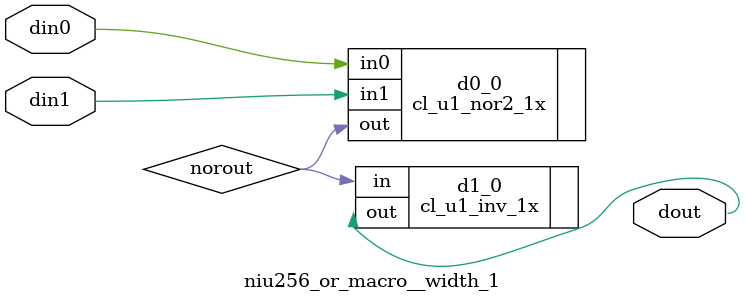
<source format=v>
module n2_niu_dp_256x152s_cust (
  reset, 
  tcu_aclk, 
  tcu_bclk, 
  tcu_scan_en, 
  tcu_se_scancollar_in, 
  tcu_se_scancollar_out, 
  tcu_pce_ov, 
  pce, 
  tcu_array_wr_inhibit, 
  scan_in, 
  scan_out, 
  hdr_sram_rvalue, 
  hdr_sram_rid, 
  hdr_sram_wr_en, 
  hdr_sram_red_clr, 
  sram_hdr_read_data, 
  wr_adr, 
  wr_en, 
  rd_adr, 
  rd_en, 
  din, 
  dout, 
  l2clk_2x, 
  l2clk);
wire bank_scanout;
wire repair_en_b0;
wire repair_en_b1;
wire repair_en_b2;
wire repair_en_b3;
 


input                   reset;
input                   tcu_aclk;
input                   tcu_bclk;
input                   tcu_scan_en;
input                   tcu_se_scancollar_in;
input                   tcu_se_scancollar_out;
input                   tcu_pce_ov;
input                   pce;
input                   tcu_array_wr_inhibit;
input                   scan_in;
output                  scan_out;

input             [6:0] hdr_sram_rvalue;
input    [1:0] 		hdr_sram_rid;
input                   hdr_sram_wr_en;
input                   hdr_sram_red_clr;
output            [6:0] sram_hdr_read_data;

input   [7:0] 		wr_adr;
input                   wr_en;
input   [7:0] 		rd_adr;
input                   rd_en;
input           [151:0] din;
output          [151:0] dout;
input                   l2clk_2x;
input                   l2clk;

wire [6:0] 		sram_hdr_read_data;
wire [6:0] 		hdr_sram_rvalue;
wire [7:0]           	wr_adr;
wire [7:0]           	rd_adr;
wire [151:0] 		din;
wire [151:0] 		dout;


wire		  [5:0] red_value_b0;      // to subbank
wire		  [5:0] red_value_b1;
wire		  [5:0] red_value_b2;
wire		  [5:0] red_value_b3;


  n2_niu_dp_256x152s_bank niu_dp_256x152s_bank_0 (
                        .reset                  (reset),
                        .tcu_aclk               (tcu_aclk),
                        .tcu_bclk               (tcu_bclk),
                        .pce                    (pce),
                        .tcu_pce_ov             (tcu_pce_ov),
                        .tcu_scan_en            (tcu_scan_en),
                        .tcu_se_scancollar_in   (tcu_se_scancollar_in),
                        .tcu_array_wr_inhibit   (tcu_array_wr_inhibit),
                        .l2clk                  (l2clk),
                        .l2clk_2x               (l2clk_2x),
                        .wr_adr                 (wr_adr),
                        .wr_en                  (wr_en),
                        .rd_adr                 (rd_adr),
                        .rd_en                  (rd_en),
                        .din                    (din),
                        .scan_in                (scan_in),
                        .scan_out               (bank_scanout),
                        .red_v_br               (red_value_b0),
                        .red_v_bl               (red_value_b1),
                        .red_v_tr               (red_value_b2),
                        .red_v_tl               (red_value_b3),
                        .red_en_br              (repair_en_b0),
                        .red_en_bl              (repair_en_b1),
                        .red_en_tr              (repair_en_b2),
                        .red_en_tl              (repair_en_b3),
                        .dout                   (dout)
                       );

  n2_niu_dp_256x152s_repair niu_dp_256x152s_repair_0 (
                        .tcu_aclk               (tcu_aclk),
                        .tcu_bclk               (tcu_bclk),
                        .tcu_scan_en            (tcu_scan_en),
                        .pce                    (pce),
                        .tcu_pce_ov             (tcu_pce_ov),
                        .tcu_se_scancollar_in   (tcu_se_scancollar_in),
                        .tcu_se_scancollar_out  (tcu_se_scancollar_out),
                        .tcu_array_wr_inhibit   (tcu_array_wr_inhibit),
                        .scan_in                (bank_scanout),
                        .hdr_sram_rvalue        (hdr_sram_rvalue),
                        .hdr_sram_rid           (hdr_sram_rid),
                        .hdr_sram_wr_en         (hdr_sram_wr_en),
                        .hdr_sram_red_clr       (hdr_sram_red_clr),
                        .l2clk                  (l2clk),
                        .sram_hdr_read_data     (sram_hdr_read_data),
                        .red_value_b0           (red_value_b0),   // to subbank
                        .red_value_b1           (red_value_b1),
                        .red_value_b2           (red_value_b2),
                        .red_value_b3           (red_value_b3),
                        .repair_en_bk           ({repair_en_b3,repair_en_b2,repair_en_b1,repair_en_b0}),
                        .scan_out               (scan_out)
                       );



endmodule



module n2_niu_dp_256x152s_bank (
  reset, 
  din, 
  wr_adr, 
  rd_adr, 
  rd_en, 
  wr_en, 
  tcu_aclk, 
  tcu_bclk, 
  pce, 
  tcu_pce_ov, 
  tcu_scan_en, 
  tcu_se_scancollar_in, 
  tcu_array_wr_inhibit, 
  l2clk, 
  l2clk_2x, 
  scan_in, 
  red_v_br, 
  red_v_bl, 
  red_v_tr, 
  red_v_tl, 
  red_en_br, 
  red_en_bl, 
  red_en_tr, 
  red_en_tl, 
  dout, 
  scan_out);
wire l1clk_in_en;
wire l1clk_in;
wire l1clk_gate_en;
wire l1clk_gate;
wire [8:0] dff_wr_adr_m_scanout;
wire [8:0] dff_rd_adr_m_scanout;
wire dff_rd_en_m_scanin;
wire dff_rd_en_m_scanout;
wire dff_wr_en_m_scanin;
wire dff_wr_en_m_scanout;
wire test_mode;
wire dff_test_mode_scanin;
wire dff_test_mode_scanout;
wire test_clk;
wire dff_test_clk_scanin;
wire dff_test_clk_scanout;
wire do_A_read_2x_a;
wire do_B_write_2x_a;
wire [151:0] wdata_2x_b;
 

input                   reset;
input           [151:0] din;
input             [7:0] wr_adr;
input             [7:0] rd_adr;
input                   rd_en;
input                   wr_en;
input                   tcu_aclk;
input                   tcu_bclk;
input                   pce;
input                   tcu_pce_ov;
input                   tcu_scan_en;
input                   tcu_se_scancollar_in;
input                   tcu_array_wr_inhibit;
input                   l2clk;
input                   l2clk_2x;
input                   scan_in;

input		  [5:0] red_v_br;
input		  [5:0] red_v_bl;
input		  [5:0] red_v_tr;
input		  [5:0] red_v_tl;
input			red_en_br;
input			red_en_bl;
input			red_en_tr;
input			red_en_tl;

output          [151:0] dout;
output                  scan_out;



wire             [5:0] 	red_value_b0;
wire             [5:0] 	red_value_b1;
wire             [5:0] 	red_value_b2;
wire             [5:0] 	red_value_b3;
wire             [3:0] 	repair_en_bk;
wire            [151:0] dout;      //


// scan renames
// end scan

wire                    rd_en_a;
wire                    wr_en_a;
wire            [151:0] wdata_b;
wire              [8:0] addr_a;

wire                    wcs_a;

wire             [37:0] din_br;
wire             [37:0] din_tr;
wire             [37:0] din_bl;
wire             [37:0] din_tl;

wire            [151:0] rd_dout;

wire              [3:0] rd_en_column;
wire              [3:0] wt_en_column;

wire             [37:0] ary_rdout_br;
wire             [37:0] ary_rdout_tr;
wire             [37:0] ary_rdout_bl;
wire             [37:0] ary_rdout_tl;

wire siclk, soclk;
assign siclk = tcu_aclk;
assign soclk = tcu_bclk;


//=#=#=#=#=#=#=#=#=#=#=#=#=#=#=#=#=#=#=#=#=#=#=#=#=#=#=#=#=#=#=#=#=#=#=#=#=#=#=#=#=#=#=#=#=
//================================================
// l2 clock Domain: Clock headers
//================================================
//cl_sc1_l1hdr_8x l1ch_in (
//                              .l1clk       (l1clk_in),
//                              .l2clk       (l2clk),
//                              .se          (tcu_se_scancollar_in),
//                              .pce         (pce),
//                              .pce_ov      (tcu_pce_ov),
//                              .stop        (1'b0)
//                             );

//cl_sc1_l1hdr_8x l1ch_gate (
//                              .l1clk       (l1clk_gate),
//                              .l2clk       (l2clk),
//                              .se          (tcu_scan_en),
//                              .pce         (pce),
//                              .pce_ov      (tcu_pce_ov),
//                              .stop        (1'b0)
//                             );

///////////////////////////////////
// decomposed l1hdr for l1clk_in
///////////////////////////////////

cl_mc1_l1enable_12x l1ch_in_l1en (
                                .l2clk          (l2clk),
                                .pce            (pce),
                                .pce_ov         (tcu_pce_ov),
                                .l1en           (l1clk_in_en)
                        );

cl_mc1_l1driver_12x l1ch_in_l1drvr (
                                .se             (tcu_se_scancollar_in),
                                .l1en           (l1clk_in_en),
                                .l1clk          (l1clk_in),
  .l2clk(l2clk)
                        );

///////////////////////////////////
// decomposed l1hdr for l1clk_gate
///////////////////////////////////

cl_mc1_l1enable_12x l1ch_gate_l1en (
                                .l2clk          (l2clk),
                                .pce            (pce),
                                .pce_ov         (tcu_pce_ov),
                                .l1en           (l1clk_gate_en)
                        );

cl_mc1_l1driver_12x l1ch_gate_l1drvr (
                                .se             (tcu_scan_en),
                                .l1en           (l1clk_gate_en),
                                .l1clk          (l1clk_gate),
  .l2clk(l2clk)
                        );



//================================================
//  l2 clock Domain: Input flops
//================================================

// ------------ controls_ph.a register --------------
/****************************************************
//reg               [8:0] rd_adr_m;
//reg               [8:0] wr_adr_m;
//reg                     rd_en_m;
//reg                     wr_en_m;
//
//  always @(posedge l1clk_in) begin
//    rd_adr_m     <= rd_adr;
//    wr_adr_m     <= wr_adr;
//    rd_en_m      <= rd_en;
//    wr_en_m      <= wr_en;
//  end

*****************************************************/
wire              [8:0] rd_adr_m;
wire              [8:0] wr_adr_m;
wire                    rd_en_m;
wire                    wr_en_m;
wire 			reset_l;
wire            [151:0] din_m;
wire		  [8:0] dff_wr_adr_m_scanin;
wire		  [8:0] dff_rd_adr_m_scanin;

assign reset_l = ~reset;

//  msff_ctl_macro dff_ctrls_m (width=(9*2+2), clr_=1) (
//    .scan_in    (scan_in),
//    .scan_out   (dff_ctrls_m_scanout),
//    .clr_       (reset_l),    
//    .l1clk      (l1clk_in),
//    .din        ({rd_en,  wr_en,  rd_adr[8:0],  wr_adr[8:0]}),
//    .dout       ({rd_en_m,wr_en_m,rd_adr_m[8:0],wr_adr_m[8:0]}) );


  cl_sc1_msff_syrst_4x wr_adr_m00 (.d(wr_adr[0]),   .si(dff_wr_adr_m_scanin[0]),  .q(wr_adr_m[0]),  .so(dff_wr_adr_m_scanout[0]),
                                  .reset(reset_l), .l1clk(l1clk_in),             .siclk(siclk),    .soclk(soclk) );
  cl_sc1_msff_syrst_4x wr_adr_m01 (.d(wr_adr[1]),   .si(dff_wr_adr_m_scanin[1]),  .q(wr_adr_m[1]),  .so(dff_wr_adr_m_scanout[1]),
                                  .reset(reset_l), .l1clk(l1clk_in),             .siclk(siclk),    .soclk(soclk) );
  cl_sc1_msff_syrst_4x wr_adr_m02 (.d(wr_adr[2]),   .si(dff_wr_adr_m_scanin[2]),  .q(wr_adr_m[2]),  .so(dff_wr_adr_m_scanout[2]),
                                  .reset(reset_l), .l1clk(l1clk_in),             .siclk(siclk),    .soclk(soclk) );
  cl_sc1_msff_syrst_4x wr_adr_m03 (.d(wr_adr[3]),   .si(dff_wr_adr_m_scanin[3]),  .q(wr_adr_m[3]),  .so(dff_wr_adr_m_scanout[3]),
                                  .reset(reset_l), .l1clk(l1clk_in),             .siclk(siclk),    .soclk(soclk) );
  cl_sc1_msff_syrst_4x wr_adr_m04 (.d(wr_adr[4]),   .si(dff_wr_adr_m_scanin[4]),  .q(wr_adr_m[4]),  .so(dff_wr_adr_m_scanout[4]),
                                  .reset(reset_l), .l1clk(l1clk_in),             .siclk(siclk),    .soclk(soclk) );
  cl_sc1_msff_syrst_4x wr_adr_m05 (.d(wr_adr[5]),   .si(dff_wr_adr_m_scanin[5]),  .q(wr_adr_m[5]),  .so(dff_wr_adr_m_scanout[5]),
                                  .reset(reset_l), .l1clk(l1clk_in),             .siclk(siclk),    .soclk(soclk) );
  cl_sc1_msff_syrst_4x wr_adr_m06 (.d(wr_adr[6]),   .si(dff_wr_adr_m_scanin[6]),  .q(wr_adr_m[6]),  .so(dff_wr_adr_m_scanout[6]),
                                  .reset(reset_l), .l1clk(l1clk_in),             .siclk(siclk),    .soclk(soclk) );
  cl_sc1_msff_syrst_4x wr_adr_m07 (.d(wr_adr[7]),   .si(dff_wr_adr_m_scanin[7]),  .q(wr_adr_m[7]),  .so(dff_wr_adr_m_scanout[7]),
                                  .reset(reset_l), .l1clk(l1clk_in),             .siclk(siclk),    .soclk(soclk) );
  cl_sc1_msff_syrst_4x wr_adr_m08 (.d(1'b0),   .si(dff_wr_adr_m_scanin[8]),  .q(wr_adr_m[8]),  .so(dff_wr_adr_m_scanout[8]),
                                  .reset(reset_l), .l1clk(l1clk_in),             .siclk(siclk),    .soclk(soclk) );

  cl_sc1_msff_syrst_4x rd_adr_m00 (.d(rd_adr[0]),   .si(dff_rd_adr_m_scanin[0]),  .q(rd_adr_m[0]),  .so(dff_rd_adr_m_scanout[0]),
                                  .reset(reset_l), .l1clk(l1clk_in),             .siclk(siclk),    .soclk(soclk) );
  cl_sc1_msff_syrst_4x rd_adr_m01 (.d(rd_adr[1]),   .si(dff_rd_adr_m_scanin[1]),  .q(rd_adr_m[1]),  .so(dff_rd_adr_m_scanout[1]),
                                  .reset(reset_l), .l1clk(l1clk_in),             .siclk(siclk),    .soclk(soclk) );
  cl_sc1_msff_syrst_4x rd_adr_m02 (.d(rd_adr[2]),   .si(dff_rd_adr_m_scanin[2]),  .q(rd_adr_m[2]),  .so(dff_rd_adr_m_scanout[2]),
                                  .reset(reset_l), .l1clk(l1clk_in),             .siclk(siclk),    .soclk(soclk) );
  cl_sc1_msff_syrst_4x rd_adr_m03 (.d(rd_adr[3]),   .si(dff_rd_adr_m_scanin[3]),  .q(rd_adr_m[3]),  .so(dff_rd_adr_m_scanout[3]),
                                  .reset(reset_l), .l1clk(l1clk_in),             .siclk(siclk),    .soclk(soclk) );
  cl_sc1_msff_syrst_4x rd_adr_m04 (.d(rd_adr[4]),   .si(dff_rd_adr_m_scanin[4]),  .q(rd_adr_m[4]),  .so(dff_rd_adr_m_scanout[4]),
                                  .reset(reset_l), .l1clk(l1clk_in),             .siclk(siclk),    .soclk(soclk) );
  cl_sc1_msff_syrst_4x rd_adr_m05 (.d(rd_adr[5]),   .si(dff_rd_adr_m_scanin[5]),  .q(rd_adr_m[5]),  .so(dff_rd_adr_m_scanout[5]),
                                  .reset(reset_l), .l1clk(l1clk_in),             .siclk(siclk),    .soclk(soclk) );
  cl_sc1_msff_syrst_4x rd_adr_m06 (.d(rd_adr[6]),   .si(dff_rd_adr_m_scanin[6]),  .q(rd_adr_m[6]),  .so(dff_rd_adr_m_scanout[6]),
                                  .reset(reset_l), .l1clk(l1clk_in),             .siclk(siclk),    .soclk(soclk) );
  cl_sc1_msff_syrst_4x rd_adr_m07 (.d(rd_adr[7]),   .si(dff_rd_adr_m_scanin[7]),  .q(rd_adr_m[7]),  .so(dff_rd_adr_m_scanout[7]),
                                  .reset(reset_l), .l1clk(l1clk_in),             .siclk(siclk),    .soclk(soclk) );
  cl_sc1_msff_syrst_4x rd_adr_m08 (.d(1'b0),   .si(dff_rd_adr_m_scanin[8]),  .q(rd_adr_m[8]),  .so(dff_rd_adr_m_scanout[8]),
                                  .reset(reset_l), .l1clk(l1clk_in),             .siclk(siclk),    .soclk(soclk) );

  cl_sc1_msff_syrst_4x rd_en_m0   (.d(rd_en),       .si(dff_rd_en_m_scanin),      .q(rd_en_m),      .so(dff_rd_en_m_scanout),
                                  .reset(reset_l), .l1clk(l1clk_in),             .siclk(siclk),    .soclk(soclk) );
  cl_sc1_msff_syrst_4x wr_en_m0   (.d(wr_en),       .si(dff_wr_en_m_scanin),      .q(wr_en_m),      .so(dff_wr_en_m_scanout),
                                  .reset(reset_l), .l1clk(l1clk_in),             .siclk(siclk),    .soclk(soclk) );

// ------------ write_data_ph.a register ------------
//
//reg             [151:0] din_m;
//
//
//  always @(posedge l1clk_in) begin
//    din_m        <= din;
//  end

//  msff_ctl_macro dff_wdata_m (width=152, clr_=1) (
//    .scan_in    (dff_ctrls_m_scanout),
//    .scan_out   (dff_wdata_m_scanout),
//    .clr_       (reset_l),
//    .l1clk      (l1clk_in),
//    .din        (din[151:0]),
//    .dout       (din_m[151:0]) );


wire            [151:0] dff_wdata_m_scanin, dff_wdata_m_scanout;

  cl_sc1_msff_syrst_4x din_m000 (.d(din[0]),    .si(dff_wdata_m_scanin[0]), .q(din_m[0]), .so(dff_wdata_m_scanout[0]),
                                .reset(reset_l), .l1clk(l1clk_in),             .siclk(siclk),  .soclk(soclk) );
  cl_sc1_msff_syrst_4x din_m001 (.d(din[1]),    .si(dff_wdata_m_scanin[1]), .q(din_m[1]), .so(dff_wdata_m_scanout[1]),
                                .reset(reset_l), .l1clk(l1clk_in),             .siclk(siclk),  .soclk(soclk) );
  cl_sc1_msff_syrst_4x din_m002 (.d(din[2]),    .si(dff_wdata_m_scanin[2]), .q(din_m[2]), .so(dff_wdata_m_scanout[2]),
                                .reset(reset_l), .l1clk(l1clk_in),             .siclk(siclk),  .soclk(soclk) );
  cl_sc1_msff_syrst_4x din_m003 (.d(din[3]),    .si(dff_wdata_m_scanin[3]), .q(din_m[3]), .so(dff_wdata_m_scanout[3]),
                                .reset(reset_l), .l1clk(l1clk_in),             .siclk(siclk),  .soclk(soclk) );
  cl_sc1_msff_syrst_4x din_m004 (.d(din[4]),    .si(dff_wdata_m_scanin[4]), .q(din_m[4]), .so(dff_wdata_m_scanout[4]),
                                .reset(reset_l), .l1clk(l1clk_in),             .siclk(siclk),  .soclk(soclk) );
  cl_sc1_msff_syrst_4x din_m005 (.d(din[5]),    .si(dff_wdata_m_scanin[5]), .q(din_m[5]), .so(dff_wdata_m_scanout[5]),
                                .reset(reset_l), .l1clk(l1clk_in),             .siclk(siclk),  .soclk(soclk) );
  cl_sc1_msff_syrst_4x din_m006 (.d(din[6]),    .si(dff_wdata_m_scanin[6]), .q(din_m[6]), .so(dff_wdata_m_scanout[6]),
                                .reset(reset_l), .l1clk(l1clk_in),             .siclk(siclk),  .soclk(soclk) );
  cl_sc1_msff_syrst_4x din_m007 (.d(din[7]),    .si(dff_wdata_m_scanin[7]), .q(din_m[7]), .so(dff_wdata_m_scanout[7]),
                                .reset(reset_l), .l1clk(l1clk_in),             .siclk(siclk),  .soclk(soclk) );
  cl_sc1_msff_syrst_4x din_m008 (.d(din[8]),    .si(dff_wdata_m_scanin[8]), .q(din_m[8]), .so(dff_wdata_m_scanout[8]),
                                .reset(reset_l), .l1clk(l1clk_in),             .siclk(siclk),  .soclk(soclk) );
  cl_sc1_msff_syrst_4x din_m009 (.d(din[9]),    .si(dff_wdata_m_scanin[9]), .q(din_m[9]), .so(dff_wdata_m_scanout[9]),
                                .reset(reset_l), .l1clk(l1clk_in),             .siclk(siclk),  .soclk(soclk) );

  cl_sc1_msff_syrst_4x din_m010 (.d(din[10]),    .si(dff_wdata_m_scanin[10]), .q(din_m[10]), .so(dff_wdata_m_scanout[10]),
                                .reset(reset_l), .l1clk(l1clk_in),             .siclk(siclk),  .soclk(soclk) );
  cl_sc1_msff_syrst_4x din_m011 (.d(din[11]),    .si(dff_wdata_m_scanin[11]), .q(din_m[11]), .so(dff_wdata_m_scanout[11]),
                                .reset(reset_l), .l1clk(l1clk_in),             .siclk(siclk),  .soclk(soclk) );
  cl_sc1_msff_syrst_4x din_m012 (.d(din[12]),    .si(dff_wdata_m_scanin[12]), .q(din_m[12]), .so(dff_wdata_m_scanout[12]),
                                .reset(reset_l), .l1clk(l1clk_in),             .siclk(siclk),  .soclk(soclk) );
  cl_sc1_msff_syrst_4x din_m013 (.d(din[13]),    .si(dff_wdata_m_scanin[13]), .q(din_m[13]), .so(dff_wdata_m_scanout[13]),
                                .reset(reset_l), .l1clk(l1clk_in),             .siclk(siclk),  .soclk(soclk) );
  cl_sc1_msff_syrst_4x din_m014 (.d(din[14]),    .si(dff_wdata_m_scanin[14]), .q(din_m[14]), .so(dff_wdata_m_scanout[14]),
                                .reset(reset_l), .l1clk(l1clk_in),             .siclk(siclk),  .soclk(soclk) );
  cl_sc1_msff_syrst_4x din_m015 (.d(din[15]),    .si(dff_wdata_m_scanin[15]), .q(din_m[15]), .so(dff_wdata_m_scanout[15]),
                                .reset(reset_l), .l1clk(l1clk_in),             .siclk(siclk),  .soclk(soclk) );
  cl_sc1_msff_syrst_4x din_m016 (.d(din[16]),    .si(dff_wdata_m_scanin[16]), .q(din_m[16]), .so(dff_wdata_m_scanout[16]),
                                .reset(reset_l), .l1clk(l1clk_in),             .siclk(siclk),  .soclk(soclk) );
  cl_sc1_msff_syrst_4x din_m017 (.d(din[17]),    .si(dff_wdata_m_scanin[17]), .q(din_m[17]), .so(dff_wdata_m_scanout[17]),
                                .reset(reset_l), .l1clk(l1clk_in),             .siclk(siclk),  .soclk(soclk) );
  cl_sc1_msff_syrst_4x din_m018 (.d(din[18]),    .si(dff_wdata_m_scanin[18]), .q(din_m[18]), .so(dff_wdata_m_scanout[18]),
                                .reset(reset_l), .l1clk(l1clk_in),             .siclk(siclk),  .soclk(soclk) );
  cl_sc1_msff_syrst_4x din_m019 (.d(din[19]),    .si(dff_wdata_m_scanin[19]), .q(din_m[19]), .so(dff_wdata_m_scanout[19]),
                                .reset(reset_l), .l1clk(l1clk_in),             .siclk(siclk),  .soclk(soclk) );

  cl_sc1_msff_syrst_4x din_m020 (.d(din[20]),    .si(dff_wdata_m_scanin[20]), .q(din_m[20]), .so(dff_wdata_m_scanout[20]),
                                .reset(reset_l), .l1clk(l1clk_in),             .siclk(siclk),  .soclk(soclk) );
  cl_sc1_msff_syrst_4x din_m021 (.d(din[21]),    .si(dff_wdata_m_scanin[21]), .q(din_m[21]), .so(dff_wdata_m_scanout[21]),
                                .reset(reset_l), .l1clk(l1clk_in),             .siclk(siclk),  .soclk(soclk) );
  cl_sc1_msff_syrst_4x din_m022 (.d(din[22]),    .si(dff_wdata_m_scanin[22]), .q(din_m[22]), .so(dff_wdata_m_scanout[22]),
                                .reset(reset_l), .l1clk(l1clk_in),             .siclk(siclk),  .soclk(soclk) );
  cl_sc1_msff_syrst_4x din_m023 (.d(din[23]),    .si(dff_wdata_m_scanin[23]), .q(din_m[23]), .so(dff_wdata_m_scanout[23]),
                                .reset(reset_l), .l1clk(l1clk_in),             .siclk(siclk),  .soclk(soclk) );
  cl_sc1_msff_syrst_4x din_m024 (.d(din[24]),    .si(dff_wdata_m_scanin[24]), .q(din_m[24]), .so(dff_wdata_m_scanout[24]),
                                .reset(reset_l), .l1clk(l1clk_in),             .siclk(siclk),  .soclk(soclk) );
  cl_sc1_msff_syrst_4x din_m025 (.d(din[25]),    .si(dff_wdata_m_scanin[25]), .q(din_m[25]), .so(dff_wdata_m_scanout[25]),
                                .reset(reset_l), .l1clk(l1clk_in),             .siclk(siclk),  .soclk(soclk) );
  cl_sc1_msff_syrst_4x din_m026 (.d(din[26]),    .si(dff_wdata_m_scanin[26]), .q(din_m[26]), .so(dff_wdata_m_scanout[26]),
                                .reset(reset_l), .l1clk(l1clk_in),             .siclk(siclk),  .soclk(soclk) );
  cl_sc1_msff_syrst_4x din_m027 (.d(din[27]),    .si(dff_wdata_m_scanin[27]), .q(din_m[27]), .so(dff_wdata_m_scanout[27]),
                                .reset(reset_l), .l1clk(l1clk_in),             .siclk(siclk),  .soclk(soclk) );
  cl_sc1_msff_syrst_4x din_m028 (.d(din[28]),    .si(dff_wdata_m_scanin[28]), .q(din_m[28]), .so(dff_wdata_m_scanout[28]),
                                .reset(reset_l), .l1clk(l1clk_in),             .siclk(siclk),  .soclk(soclk) );
  cl_sc1_msff_syrst_4x din_m029 (.d(din[29]),    .si(dff_wdata_m_scanin[29]), .q(din_m[29]), .so(dff_wdata_m_scanout[29]),
                                .reset(reset_l), .l1clk(l1clk_in),             .siclk(siclk),  .soclk(soclk) );

  cl_sc1_msff_syrst_4x din_m030 (.d(din[30]),    .si(dff_wdata_m_scanin[30]), .q(din_m[30]), .so(dff_wdata_m_scanout[30]),
                                .reset(reset_l), .l1clk(l1clk_in),             .siclk(siclk),  .soclk(soclk) );
  cl_sc1_msff_syrst_4x din_m031 (.d(din[31]),    .si(dff_wdata_m_scanin[31]), .q(din_m[31]), .so(dff_wdata_m_scanout[31]),
                                .reset(reset_l), .l1clk(l1clk_in),             .siclk(siclk),  .soclk(soclk) );
  cl_sc1_msff_syrst_4x din_m032 (.d(din[32]),    .si(dff_wdata_m_scanin[32]), .q(din_m[32]), .so(dff_wdata_m_scanout[32]),
                                .reset(reset_l), .l1clk(l1clk_in),             .siclk(siclk),  .soclk(soclk) );
  cl_sc1_msff_syrst_4x din_m033 (.d(din[33]),    .si(dff_wdata_m_scanin[33]), .q(din_m[33]), .so(dff_wdata_m_scanout[33]),
                                .reset(reset_l), .l1clk(l1clk_in),             .siclk(siclk),  .soclk(soclk) );
  cl_sc1_msff_syrst_4x din_m034 (.d(din[34]),    .si(dff_wdata_m_scanin[34]), .q(din_m[34]), .so(dff_wdata_m_scanout[34]),
                                .reset(reset_l), .l1clk(l1clk_in),             .siclk(siclk),  .soclk(soclk) );
  cl_sc1_msff_syrst_4x din_m035 (.d(din[35]),    .si(dff_wdata_m_scanin[35]), .q(din_m[35]), .so(dff_wdata_m_scanout[35]),
                                .reset(reset_l), .l1clk(l1clk_in),             .siclk(siclk),  .soclk(soclk) );
  cl_sc1_msff_syrst_4x din_m036 (.d(din[36]),    .si(dff_wdata_m_scanin[36]), .q(din_m[36]), .so(dff_wdata_m_scanout[36]),
                                .reset(reset_l), .l1clk(l1clk_in),             .siclk(siclk),  .soclk(soclk) );
  cl_sc1_msff_syrst_4x din_m037 (.d(din[37]),    .si(dff_wdata_m_scanin[37]), .q(din_m[37]), .so(dff_wdata_m_scanout[37]),
                                .reset(reset_l), .l1clk(l1clk_in),             .siclk(siclk),  .soclk(soclk) );
  cl_sc1_msff_syrst_4x din_m038 (.d(din[38]),    .si(dff_wdata_m_scanin[38]), .q(din_m[38]), .so(dff_wdata_m_scanout[38]),
                                .reset(reset_l), .l1clk(l1clk_in),             .siclk(siclk),  .soclk(soclk) );
  cl_sc1_msff_syrst_4x din_m039 (.d(din[39]),    .si(dff_wdata_m_scanin[39]), .q(din_m[39]), .so(dff_wdata_m_scanout[39]),
                                .reset(reset_l), .l1clk(l1clk_in),             .siclk(siclk),  .soclk(soclk) );

  cl_sc1_msff_syrst_4x din_m040 (.d(din[40]),    .si(dff_wdata_m_scanin[40]), .q(din_m[40]), .so(dff_wdata_m_scanout[40]),
                                .reset(reset_l), .l1clk(l1clk_in),             .siclk(siclk),  .soclk(soclk) );
  cl_sc1_msff_syrst_4x din_m041 (.d(din[41]),    .si(dff_wdata_m_scanin[41]), .q(din_m[41]), .so(dff_wdata_m_scanout[41]),
                                .reset(reset_l), .l1clk(l1clk_in),             .siclk(siclk),  .soclk(soclk) );
  cl_sc1_msff_syrst_4x din_m042 (.d(din[42]),    .si(dff_wdata_m_scanin[42]), .q(din_m[42]), .so(dff_wdata_m_scanout[42]),
                                .reset(reset_l), .l1clk(l1clk_in),             .siclk(siclk),  .soclk(soclk) );
  cl_sc1_msff_syrst_4x din_m043 (.d(din[43]),    .si(dff_wdata_m_scanin[43]), .q(din_m[43]), .so(dff_wdata_m_scanout[43]),
                                .reset(reset_l), .l1clk(l1clk_in),             .siclk(siclk),  .soclk(soclk) );
  cl_sc1_msff_syrst_4x din_m044 (.d(din[44]),    .si(dff_wdata_m_scanin[44]), .q(din_m[44]), .so(dff_wdata_m_scanout[44]),
                                .reset(reset_l), .l1clk(l1clk_in),             .siclk(siclk),  .soclk(soclk) );
  cl_sc1_msff_syrst_4x din_m045 (.d(din[45]),    .si(dff_wdata_m_scanin[45]), .q(din_m[45]), .so(dff_wdata_m_scanout[45]),
                                .reset(reset_l), .l1clk(l1clk_in),             .siclk(siclk),  .soclk(soclk) );
  cl_sc1_msff_syrst_4x din_m046 (.d(din[46]),    .si(dff_wdata_m_scanin[46]), .q(din_m[46]), .so(dff_wdata_m_scanout[46]),
                                .reset(reset_l), .l1clk(l1clk_in),             .siclk(siclk),  .soclk(soclk) );
  cl_sc1_msff_syrst_4x din_m047 (.d(din[47]),    .si(dff_wdata_m_scanin[47]), .q(din_m[47]), .so(dff_wdata_m_scanout[47]),
                                .reset(reset_l), .l1clk(l1clk_in),             .siclk(siclk),  .soclk(soclk) );
  cl_sc1_msff_syrst_4x din_m048 (.d(din[48]),    .si(dff_wdata_m_scanin[48]), .q(din_m[48]), .so(dff_wdata_m_scanout[48]),
                                .reset(reset_l), .l1clk(l1clk_in),             .siclk(siclk),  .soclk(soclk) );
  cl_sc1_msff_syrst_4x din_m049 (.d(din[49]),    .si(dff_wdata_m_scanin[49]), .q(din_m[49]), .so(dff_wdata_m_scanout[49]),
                                .reset(reset_l), .l1clk(l1clk_in),             .siclk(siclk),  .soclk(soclk) );

  cl_sc1_msff_syrst_4x din_m050 (.d(din[50]),    .si(dff_wdata_m_scanin[50]), .q(din_m[50]), .so(dff_wdata_m_scanout[50]),
                                .reset(reset_l), .l1clk(l1clk_in),             .siclk(siclk),  .soclk(soclk) );
  cl_sc1_msff_syrst_4x din_m051 (.d(din[51]),    .si(dff_wdata_m_scanin[51]), .q(din_m[51]), .so(dff_wdata_m_scanout[51]),
                                .reset(reset_l), .l1clk(l1clk_in),             .siclk(siclk),  .soclk(soclk) );
  cl_sc1_msff_syrst_4x din_m052 (.d(din[52]),    .si(dff_wdata_m_scanin[52]), .q(din_m[52]), .so(dff_wdata_m_scanout[52]),
                                .reset(reset_l), .l1clk(l1clk_in),             .siclk(siclk),  .soclk(soclk) );
  cl_sc1_msff_syrst_4x din_m053 (.d(din[53]),    .si(dff_wdata_m_scanin[53]), .q(din_m[53]), .so(dff_wdata_m_scanout[53]),
                                .reset(reset_l), .l1clk(l1clk_in),             .siclk(siclk),  .soclk(soclk) );
  cl_sc1_msff_syrst_4x din_m054 (.d(din[54]),    .si(dff_wdata_m_scanin[54]), .q(din_m[54]), .so(dff_wdata_m_scanout[54]),
                                .reset(reset_l), .l1clk(l1clk_in),             .siclk(siclk),  .soclk(soclk) );
  cl_sc1_msff_syrst_4x din_m055 (.d(din[55]),    .si(dff_wdata_m_scanin[55]), .q(din_m[55]), .so(dff_wdata_m_scanout[55]),
                                .reset(reset_l), .l1clk(l1clk_in),             .siclk(siclk),  .soclk(soclk) );
  cl_sc1_msff_syrst_4x din_m056 (.d(din[56]),    .si(dff_wdata_m_scanin[56]), .q(din_m[56]), .so(dff_wdata_m_scanout[56]),
                                .reset(reset_l), .l1clk(l1clk_in),             .siclk(siclk),  .soclk(soclk) );
  cl_sc1_msff_syrst_4x din_m057 (.d(din[57]),    .si(dff_wdata_m_scanin[57]), .q(din_m[57]), .so(dff_wdata_m_scanout[57]),
                                .reset(reset_l), .l1clk(l1clk_in),             .siclk(siclk),  .soclk(soclk) );
  cl_sc1_msff_syrst_4x din_m058 (.d(din[58]),    .si(dff_wdata_m_scanin[58]), .q(din_m[58]), .so(dff_wdata_m_scanout[58]),
                                .reset(reset_l), .l1clk(l1clk_in),             .siclk(siclk),  .soclk(soclk) );
  cl_sc1_msff_syrst_4x din_m059 (.d(din[59]),    .si(dff_wdata_m_scanin[59]), .q(din_m[59]), .so(dff_wdata_m_scanout[59]),
                                .reset(reset_l), .l1clk(l1clk_in),             .siclk(siclk),  .soclk(soclk) );

  cl_sc1_msff_syrst_4x din_m060 (.d(din[60]),    .si(dff_wdata_m_scanin[60]), .q(din_m[60]), .so(dff_wdata_m_scanout[60]),
                                .reset(reset_l), .l1clk(l1clk_in),             .siclk(siclk),  .soclk(soclk) );
  cl_sc1_msff_syrst_4x din_m061 (.d(din[61]),    .si(dff_wdata_m_scanin[61]), .q(din_m[61]), .so(dff_wdata_m_scanout[61]),
                                .reset(reset_l), .l1clk(l1clk_in),             .siclk(siclk),  .soclk(soclk) );
  cl_sc1_msff_syrst_4x din_m062 (.d(din[62]),    .si(dff_wdata_m_scanin[62]), .q(din_m[62]), .so(dff_wdata_m_scanout[62]),
                                .reset(reset_l), .l1clk(l1clk_in),             .siclk(siclk),  .soclk(soclk) );
  cl_sc1_msff_syrst_4x din_m063 (.d(din[63]),    .si(dff_wdata_m_scanin[63]), .q(din_m[63]), .so(dff_wdata_m_scanout[63]),
                                .reset(reset_l), .l1clk(l1clk_in),             .siclk(siclk),  .soclk(soclk) );
  cl_sc1_msff_syrst_4x din_m064 (.d(din[64]),    .si(dff_wdata_m_scanin[64]), .q(din_m[64]), .so(dff_wdata_m_scanout[64]),
                                .reset(reset_l), .l1clk(l1clk_in),             .siclk(siclk),  .soclk(soclk) );
  cl_sc1_msff_syrst_4x din_m065 (.d(din[65]),    .si(dff_wdata_m_scanin[65]), .q(din_m[65]), .so(dff_wdata_m_scanout[65]),
                                .reset(reset_l), .l1clk(l1clk_in),             .siclk(siclk),  .soclk(soclk) );
  cl_sc1_msff_syrst_4x din_m066 (.d(din[66]),    .si(dff_wdata_m_scanin[66]), .q(din_m[66]), .so(dff_wdata_m_scanout[66]),
                                .reset(reset_l), .l1clk(l1clk_in),             .siclk(siclk),  .soclk(soclk) );
  cl_sc1_msff_syrst_4x din_m067 (.d(din[67]),    .si(dff_wdata_m_scanin[67]), .q(din_m[67]), .so(dff_wdata_m_scanout[67]),
                                .reset(reset_l), .l1clk(l1clk_in),             .siclk(siclk),  .soclk(soclk) );
  cl_sc1_msff_syrst_4x din_m068 (.d(din[68]),    .si(dff_wdata_m_scanin[68]), .q(din_m[68]), .so(dff_wdata_m_scanout[68]),
                                .reset(reset_l), .l1clk(l1clk_in),             .siclk(siclk),  .soclk(soclk) );
  cl_sc1_msff_syrst_4x din_m069 (.d(din[69]),    .si(dff_wdata_m_scanin[69]), .q(din_m[69]), .so(dff_wdata_m_scanout[69]),
                                .reset(reset_l), .l1clk(l1clk_in),             .siclk(siclk),  .soclk(soclk) );

  cl_sc1_msff_syrst_4x din_m070 (.d(din[70]),    .si(dff_wdata_m_scanin[70]), .q(din_m[70]), .so(dff_wdata_m_scanout[70]),
                                .reset(reset_l), .l1clk(l1clk_in),             .siclk(siclk),  .soclk(soclk) );
  cl_sc1_msff_syrst_4x din_m071 (.d(din[71]),    .si(dff_wdata_m_scanin[71]), .q(din_m[71]), .so(dff_wdata_m_scanout[71]),
                                .reset(reset_l), .l1clk(l1clk_in),             .siclk(siclk),  .soclk(soclk) );
  cl_sc1_msff_syrst_4x din_m072 (.d(din[72]),    .si(dff_wdata_m_scanin[72]), .q(din_m[72]), .so(dff_wdata_m_scanout[72]),
                                .reset(reset_l), .l1clk(l1clk_in),             .siclk(siclk),  .soclk(soclk) );
  cl_sc1_msff_syrst_4x din_m073 (.d(din[73]),    .si(dff_wdata_m_scanin[73]), .q(din_m[73]), .so(dff_wdata_m_scanout[73]),
                                .reset(reset_l), .l1clk(l1clk_in),             .siclk(siclk),  .soclk(soclk) );
  cl_sc1_msff_syrst_4x din_m074 (.d(din[74]),    .si(dff_wdata_m_scanin[74]), .q(din_m[74]), .so(dff_wdata_m_scanout[74]),
                                .reset(reset_l), .l1clk(l1clk_in),             .siclk(siclk),  .soclk(soclk) );
  cl_sc1_msff_syrst_4x din_m075 (.d(din[75]),    .si(dff_wdata_m_scanin[75]), .q(din_m[75]), .so(dff_wdata_m_scanout[75]),
                                .reset(reset_l), .l1clk(l1clk_in),             .siclk(siclk),  .soclk(soclk) );
  cl_sc1_msff_syrst_4x din_m076 (.d(din[76]),    .si(dff_wdata_m_scanin[76]), .q(din_m[76]), .so(dff_wdata_m_scanout[76]),
                                .reset(reset_l), .l1clk(l1clk_in),             .siclk(siclk),  .soclk(soclk) );
  cl_sc1_msff_syrst_4x din_m077 (.d(din[77]),    .si(dff_wdata_m_scanin[77]), .q(din_m[77]), .so(dff_wdata_m_scanout[77]),
                                .reset(reset_l), .l1clk(l1clk_in),             .siclk(siclk),  .soclk(soclk) );
  cl_sc1_msff_syrst_4x din_m078 (.d(din[78]),    .si(dff_wdata_m_scanin[78]), .q(din_m[78]), .so(dff_wdata_m_scanout[78]),
                                .reset(reset_l), .l1clk(l1clk_in),             .siclk(siclk),  .soclk(soclk) );
  cl_sc1_msff_syrst_4x din_m079 (.d(din[79]),    .si(dff_wdata_m_scanin[79]), .q(din_m[79]), .so(dff_wdata_m_scanout[79]),
                                .reset(reset_l), .l1clk(l1clk_in),             .siclk(siclk),  .soclk(soclk) );

  cl_sc1_msff_syrst_4x din_m080 (.d(din[80]),    .si(dff_wdata_m_scanin[80]), .q(din_m[80]), .so(dff_wdata_m_scanout[80]),
                                .reset(reset_l), .l1clk(l1clk_in),             .siclk(siclk),  .soclk(soclk) );
  cl_sc1_msff_syrst_4x din_m081 (.d(din[81]),    .si(dff_wdata_m_scanin[81]), .q(din_m[81]), .so(dff_wdata_m_scanout[81]),
                                .reset(reset_l), .l1clk(l1clk_in),             .siclk(siclk),  .soclk(soclk) );
  cl_sc1_msff_syrst_4x din_m082 (.d(din[82]),    .si(dff_wdata_m_scanin[82]), .q(din_m[82]), .so(dff_wdata_m_scanout[82]),
                                .reset(reset_l), .l1clk(l1clk_in),             .siclk(siclk),  .soclk(soclk) );
  cl_sc1_msff_syrst_4x din_m083 (.d(din[83]),    .si(dff_wdata_m_scanin[83]), .q(din_m[83]), .so(dff_wdata_m_scanout[83]),
                                .reset(reset_l), .l1clk(l1clk_in),             .siclk(siclk),  .soclk(soclk) );
  cl_sc1_msff_syrst_4x din_m084 (.d(din[84]),    .si(dff_wdata_m_scanin[84]), .q(din_m[84]), .so(dff_wdata_m_scanout[84]),
                                .reset(reset_l), .l1clk(l1clk_in),             .siclk(siclk),  .soclk(soclk) );
  cl_sc1_msff_syrst_4x din_m085 (.d(din[85]),    .si(dff_wdata_m_scanin[85]), .q(din_m[85]), .so(dff_wdata_m_scanout[85]),
                                .reset(reset_l), .l1clk(l1clk_in),             .siclk(siclk),  .soclk(soclk) );
  cl_sc1_msff_syrst_4x din_m086 (.d(din[86]),    .si(dff_wdata_m_scanin[86]), .q(din_m[86]), .so(dff_wdata_m_scanout[86]),
                                .reset(reset_l), .l1clk(l1clk_in),             .siclk(siclk),  .soclk(soclk) );
  cl_sc1_msff_syrst_4x din_m087 (.d(din[87]),    .si(dff_wdata_m_scanin[87]), .q(din_m[87]), .so(dff_wdata_m_scanout[87]),
                                .reset(reset_l), .l1clk(l1clk_in),             .siclk(siclk),  .soclk(soclk) );
  cl_sc1_msff_syrst_4x din_m088 (.d(din[88]),    .si(dff_wdata_m_scanin[88]), .q(din_m[88]), .so(dff_wdata_m_scanout[88]),
                                .reset(reset_l), .l1clk(l1clk_in),             .siclk(siclk),  .soclk(soclk) );
  cl_sc1_msff_syrst_4x din_m089 (.d(din[89]),    .si(dff_wdata_m_scanin[89]), .q(din_m[89]), .so(dff_wdata_m_scanout[89]),
                                .reset(reset_l), .l1clk(l1clk_in),             .siclk(siclk),  .soclk(soclk) );

  cl_sc1_msff_syrst_4x din_m090 (.d(din[90]),    .si(dff_wdata_m_scanin[90]), .q(din_m[90]), .so(dff_wdata_m_scanout[90]),
                                .reset(reset_l), .l1clk(l1clk_in),             .siclk(siclk),  .soclk(soclk) );
  cl_sc1_msff_syrst_4x din_m091 (.d(din[91]),    .si(dff_wdata_m_scanin[91]), .q(din_m[91]), .so(dff_wdata_m_scanout[91]),
                                .reset(reset_l), .l1clk(l1clk_in),             .siclk(siclk),  .soclk(soclk) );
  cl_sc1_msff_syrst_4x din_m092 (.d(din[92]),    .si(dff_wdata_m_scanin[92]), .q(din_m[92]), .so(dff_wdata_m_scanout[92]),
                                .reset(reset_l), .l1clk(l1clk_in),             .siclk(siclk),  .soclk(soclk) );
  cl_sc1_msff_syrst_4x din_m093 (.d(din[93]),    .si(dff_wdata_m_scanin[93]), .q(din_m[93]), .so(dff_wdata_m_scanout[93]),
                                .reset(reset_l), .l1clk(l1clk_in),             .siclk(siclk),  .soclk(soclk) );
  cl_sc1_msff_syrst_4x din_m094 (.d(din[94]),    .si(dff_wdata_m_scanin[94]), .q(din_m[94]), .so(dff_wdata_m_scanout[94]),
                                .reset(reset_l), .l1clk(l1clk_in),             .siclk(siclk),  .soclk(soclk) );
  cl_sc1_msff_syrst_4x din_m095 (.d(din[95]),    .si(dff_wdata_m_scanin[95]), .q(din_m[95]), .so(dff_wdata_m_scanout[95]),
                                .reset(reset_l), .l1clk(l1clk_in),             .siclk(siclk),  .soclk(soclk) );
  cl_sc1_msff_syrst_4x din_m096 (.d(din[96]),    .si(dff_wdata_m_scanin[96]), .q(din_m[96]), .so(dff_wdata_m_scanout[96]),
                                .reset(reset_l), .l1clk(l1clk_in),             .siclk(siclk),  .soclk(soclk) );
  cl_sc1_msff_syrst_4x din_m097 (.d(din[97]),    .si(dff_wdata_m_scanin[97]), .q(din_m[97]), .so(dff_wdata_m_scanout[97]),
                                .reset(reset_l), .l1clk(l1clk_in),             .siclk(siclk),  .soclk(soclk) );
  cl_sc1_msff_syrst_4x din_m098 (.d(din[98]),    .si(dff_wdata_m_scanin[98]), .q(din_m[98]), .so(dff_wdata_m_scanout[98]),
                                .reset(reset_l), .l1clk(l1clk_in),             .siclk(siclk),  .soclk(soclk) );
  cl_sc1_msff_syrst_4x din_m099 (.d(din[99]),    .si(dff_wdata_m_scanin[99]), .q(din_m[99]), .so(dff_wdata_m_scanout[99]),
                                .reset(reset_l), .l1clk(l1clk_in),             .siclk(siclk),  .soclk(soclk) );

  cl_sc1_msff_syrst_4x din_m100 (.d(din[100]),    .si(dff_wdata_m_scanin[100]), .q(din_m[100]), .so(dff_wdata_m_scanout[100]),
                                .reset(reset_l), .l1clk(l1clk_in),             .siclk(siclk),  .soclk(soclk) );
  cl_sc1_msff_syrst_4x din_m101 (.d(din[101]),    .si(dff_wdata_m_scanin[101]), .q(din_m[101]), .so(dff_wdata_m_scanout[101]),
                                .reset(reset_l), .l1clk(l1clk_in),             .siclk(siclk),  .soclk(soclk) );
  cl_sc1_msff_syrst_4x din_m102 (.d(din[102]),    .si(dff_wdata_m_scanin[102]), .q(din_m[102]), .so(dff_wdata_m_scanout[102]),
                                .reset(reset_l), .l1clk(l1clk_in),             .siclk(siclk),  .soclk(soclk) );
  cl_sc1_msff_syrst_4x din_m103 (.d(din[103]),    .si(dff_wdata_m_scanin[103]), .q(din_m[103]), .so(dff_wdata_m_scanout[103]),
                                .reset(reset_l), .l1clk(l1clk_in),             .siclk(siclk),  .soclk(soclk) );
  cl_sc1_msff_syrst_4x din_m104 (.d(din[104]),    .si(dff_wdata_m_scanin[104]), .q(din_m[104]), .so(dff_wdata_m_scanout[104]),
                                .reset(reset_l), .l1clk(l1clk_in),             .siclk(siclk),  .soclk(soclk) );
  cl_sc1_msff_syrst_4x din_m105 (.d(din[105]),    .si(dff_wdata_m_scanin[105]), .q(din_m[105]), .so(dff_wdata_m_scanout[105]),
                                .reset(reset_l), .l1clk(l1clk_in),             .siclk(siclk),  .soclk(soclk) );
  cl_sc1_msff_syrst_4x din_m106 (.d(din[106]),    .si(dff_wdata_m_scanin[106]), .q(din_m[106]), .so(dff_wdata_m_scanout[106]),
                                .reset(reset_l), .l1clk(l1clk_in),             .siclk(siclk),  .soclk(soclk) );
  cl_sc1_msff_syrst_4x din_m107 (.d(din[107]),    .si(dff_wdata_m_scanin[107]), .q(din_m[107]), .so(dff_wdata_m_scanout[107]),
                                .reset(reset_l), .l1clk(l1clk_in),             .siclk(siclk),  .soclk(soclk) );
  cl_sc1_msff_syrst_4x din_m108 (.d(din[108]),    .si(dff_wdata_m_scanin[108]), .q(din_m[108]), .so(dff_wdata_m_scanout[108]),
                                .reset(reset_l), .l1clk(l1clk_in),             .siclk(siclk),  .soclk(soclk) );
  cl_sc1_msff_syrst_4x din_m109 (.d(din[109]),    .si(dff_wdata_m_scanin[109]), .q(din_m[109]), .so(dff_wdata_m_scanout[109]),
                                .reset(reset_l), .l1clk(l1clk_in),             .siclk(siclk),  .soclk(soclk) );

  cl_sc1_msff_syrst_4x din_m110 (.d(din[110]),    .si(dff_wdata_m_scanin[110]), .q(din_m[110]), .so(dff_wdata_m_scanout[110]),
                                .reset(reset_l), .l1clk(l1clk_in),             .siclk(siclk),  .soclk(soclk) );
  cl_sc1_msff_syrst_4x din_m111 (.d(din[111]),    .si(dff_wdata_m_scanin[111]), .q(din_m[111]), .so(dff_wdata_m_scanout[111]),
                                .reset(reset_l), .l1clk(l1clk_in),             .siclk(siclk),  .soclk(soclk) );
  cl_sc1_msff_syrst_4x din_m112 (.d(din[112]),    .si(dff_wdata_m_scanin[112]), .q(din_m[112]), .so(dff_wdata_m_scanout[112]),
                                .reset(reset_l), .l1clk(l1clk_in),             .siclk(siclk),  .soclk(soclk) );
  cl_sc1_msff_syrst_4x din_m113 (.d(din[113]),    .si(dff_wdata_m_scanin[113]), .q(din_m[113]), .so(dff_wdata_m_scanout[113]),
                                .reset(reset_l), .l1clk(l1clk_in),             .siclk(siclk),  .soclk(soclk) );
  cl_sc1_msff_syrst_4x din_m114 (.d(din[114]),    .si(dff_wdata_m_scanin[114]), .q(din_m[114]), .so(dff_wdata_m_scanout[114]),
                                .reset(reset_l), .l1clk(l1clk_in),             .siclk(siclk),  .soclk(soclk) );
  cl_sc1_msff_syrst_4x din_m115 (.d(din[115]),    .si(dff_wdata_m_scanin[115]), .q(din_m[115]), .so(dff_wdata_m_scanout[115]),
                                .reset(reset_l), .l1clk(l1clk_in),             .siclk(siclk),  .soclk(soclk) );
  cl_sc1_msff_syrst_4x din_m116 (.d(din[116]),    .si(dff_wdata_m_scanin[116]), .q(din_m[116]), .so(dff_wdata_m_scanout[116]),
                                .reset(reset_l), .l1clk(l1clk_in),             .siclk(siclk),  .soclk(soclk) );
  cl_sc1_msff_syrst_4x din_m117 (.d(din[117]),    .si(dff_wdata_m_scanin[117]), .q(din_m[117]), .so(dff_wdata_m_scanout[117]),
                                .reset(reset_l), .l1clk(l1clk_in),             .siclk(siclk),  .soclk(soclk) );
  cl_sc1_msff_syrst_4x din_m118 (.d(din[118]),    .si(dff_wdata_m_scanin[118]), .q(din_m[118]), .so(dff_wdata_m_scanout[118]),
                                .reset(reset_l), .l1clk(l1clk_in),             .siclk(siclk),  .soclk(soclk) );
  cl_sc1_msff_syrst_4x din_m119 (.d(din[119]),    .si(dff_wdata_m_scanin[119]), .q(din_m[119]), .so(dff_wdata_m_scanout[119]),
                                .reset(reset_l), .l1clk(l1clk_in),             .siclk(siclk),  .soclk(soclk) );

  cl_sc1_msff_syrst_4x din_m120 (.d(din[120]),    .si(dff_wdata_m_scanin[120]), .q(din_m[120]), .so(dff_wdata_m_scanout[120]),
                                .reset(reset_l), .l1clk(l1clk_in),             .siclk(siclk),  .soclk(soclk) );
  cl_sc1_msff_syrst_4x din_m121 (.d(din[121]),    .si(dff_wdata_m_scanin[121]), .q(din_m[121]), .so(dff_wdata_m_scanout[121]),
                                .reset(reset_l), .l1clk(l1clk_in),             .siclk(siclk),  .soclk(soclk) );
  cl_sc1_msff_syrst_4x din_m122 (.d(din[122]),    .si(dff_wdata_m_scanin[122]), .q(din_m[122]), .so(dff_wdata_m_scanout[122]),
                                .reset(reset_l), .l1clk(l1clk_in),             .siclk(siclk),  .soclk(soclk) );
  cl_sc1_msff_syrst_4x din_m123 (.d(din[123]),    .si(dff_wdata_m_scanin[123]), .q(din_m[123]), .so(dff_wdata_m_scanout[123]),
                                .reset(reset_l), .l1clk(l1clk_in),             .siclk(siclk),  .soclk(soclk) );
  cl_sc1_msff_syrst_4x din_m124 (.d(din[124]),    .si(dff_wdata_m_scanin[124]), .q(din_m[124]), .so(dff_wdata_m_scanout[124]),
                                .reset(reset_l), .l1clk(l1clk_in),             .siclk(siclk),  .soclk(soclk) );
  cl_sc1_msff_syrst_4x din_m125 (.d(din[125]),    .si(dff_wdata_m_scanin[125]), .q(din_m[125]), .so(dff_wdata_m_scanout[125]),
                                .reset(reset_l), .l1clk(l1clk_in),             .siclk(siclk),  .soclk(soclk) );
  cl_sc1_msff_syrst_4x din_m126 (.d(din[126]),    .si(dff_wdata_m_scanin[126]), .q(din_m[126]), .so(dff_wdata_m_scanout[126]),
                                .reset(reset_l), .l1clk(l1clk_in),             .siclk(siclk),  .soclk(soclk) );
  cl_sc1_msff_syrst_4x din_m127 (.d(din[127]),    .si(dff_wdata_m_scanin[127]), .q(din_m[127]), .so(dff_wdata_m_scanout[127]),
                                .reset(reset_l), .l1clk(l1clk_in),             .siclk(siclk),  .soclk(soclk) );
  cl_sc1_msff_syrst_4x din_m128 (.d(din[128]),    .si(dff_wdata_m_scanin[128]), .q(din_m[128]), .so(dff_wdata_m_scanout[128]),
                                .reset(reset_l), .l1clk(l1clk_in),             .siclk(siclk),  .soclk(soclk) );
  cl_sc1_msff_syrst_4x din_m129 (.d(din[129]),    .si(dff_wdata_m_scanin[129]), .q(din_m[129]), .so(dff_wdata_m_scanout[129]),
                                .reset(reset_l), .l1clk(l1clk_in),             .siclk(siclk),  .soclk(soclk) );

  cl_sc1_msff_syrst_4x din_m130 (.d(din[130]),    .si(dff_wdata_m_scanin[130]), .q(din_m[130]), .so(dff_wdata_m_scanout[130]),
                                .reset(reset_l), .l1clk(l1clk_in),             .siclk(siclk),  .soclk(soclk) );
  cl_sc1_msff_syrst_4x din_m131 (.d(din[131]),    .si(dff_wdata_m_scanin[131]), .q(din_m[131]), .so(dff_wdata_m_scanout[131]),
                                .reset(reset_l), .l1clk(l1clk_in),             .siclk(siclk),  .soclk(soclk) );
  cl_sc1_msff_syrst_4x din_m132 (.d(din[132]),    .si(dff_wdata_m_scanin[132]), .q(din_m[132]), .so(dff_wdata_m_scanout[132]),
                                .reset(reset_l), .l1clk(l1clk_in),             .siclk(siclk),  .soclk(soclk) );
  cl_sc1_msff_syrst_4x din_m133 (.d(din[133]),    .si(dff_wdata_m_scanin[133]), .q(din_m[133]), .so(dff_wdata_m_scanout[133]),
                                .reset(reset_l), .l1clk(l1clk_in),             .siclk(siclk),  .soclk(soclk) );
  cl_sc1_msff_syrst_4x din_m134 (.d(din[134]),    .si(dff_wdata_m_scanin[134]), .q(din_m[134]), .so(dff_wdata_m_scanout[134]),
                                .reset(reset_l), .l1clk(l1clk_in),             .siclk(siclk),  .soclk(soclk) );
  cl_sc1_msff_syrst_4x din_m135 (.d(din[135]),    .si(dff_wdata_m_scanin[135]), .q(din_m[135]), .so(dff_wdata_m_scanout[135]),
                                .reset(reset_l), .l1clk(l1clk_in),             .siclk(siclk),  .soclk(soclk) );
  cl_sc1_msff_syrst_4x din_m136 (.d(din[136]),    .si(dff_wdata_m_scanin[136]), .q(din_m[136]), .so(dff_wdata_m_scanout[136]),
                                .reset(reset_l), .l1clk(l1clk_in),             .siclk(siclk),  .soclk(soclk) );
  cl_sc1_msff_syrst_4x din_m137 (.d(din[137]),    .si(dff_wdata_m_scanin[137]), .q(din_m[137]), .so(dff_wdata_m_scanout[137]),
                                .reset(reset_l), .l1clk(l1clk_in),             .siclk(siclk),  .soclk(soclk) );
  cl_sc1_msff_syrst_4x din_m138 (.d(din[138]),    .si(dff_wdata_m_scanin[138]), .q(din_m[138]), .so(dff_wdata_m_scanout[138]),
                                .reset(reset_l), .l1clk(l1clk_in),             .siclk(siclk),  .soclk(soclk) );
  cl_sc1_msff_syrst_4x din_m139 (.d(din[139]),    .si(dff_wdata_m_scanin[139]), .q(din_m[139]), .so(dff_wdata_m_scanout[139]),
                                .reset(reset_l), .l1clk(l1clk_in),             .siclk(siclk),  .soclk(soclk) );

  cl_sc1_msff_syrst_4x din_m140 (.d(din[140]),    .si(dff_wdata_m_scanin[140]), .q(din_m[140]), .so(dff_wdata_m_scanout[140]),
                                .reset(reset_l), .l1clk(l1clk_in),             .siclk(siclk),  .soclk(soclk) );
  cl_sc1_msff_syrst_4x din_m141 (.d(din[141]),    .si(dff_wdata_m_scanin[141]), .q(din_m[141]), .so(dff_wdata_m_scanout[141]),
                                .reset(reset_l), .l1clk(l1clk_in),             .siclk(siclk),  .soclk(soclk) );
  cl_sc1_msff_syrst_4x din_m142 (.d(din[142]),    .si(dff_wdata_m_scanin[142]), .q(din_m[142]), .so(dff_wdata_m_scanout[142]),
                                .reset(reset_l), .l1clk(l1clk_in),             .siclk(siclk),  .soclk(soclk) );
  cl_sc1_msff_syrst_4x din_m143 (.d(din[143]),    .si(dff_wdata_m_scanin[143]), .q(din_m[143]), .so(dff_wdata_m_scanout[143]),
                                .reset(reset_l), .l1clk(l1clk_in),             .siclk(siclk),  .soclk(soclk) );
  cl_sc1_msff_syrst_4x din_m144 (.d(din[144]),    .si(dff_wdata_m_scanin[144]), .q(din_m[144]), .so(dff_wdata_m_scanout[144]),
                                .reset(reset_l), .l1clk(l1clk_in),             .siclk(siclk),  .soclk(soclk) );
  cl_sc1_msff_syrst_4x din_m145 (.d(din[145]),    .si(dff_wdata_m_scanin[145]), .q(din_m[145]), .so(dff_wdata_m_scanout[145]),
                                .reset(reset_l), .l1clk(l1clk_in),             .siclk(siclk),  .soclk(soclk) );
  cl_sc1_msff_syrst_4x din_m146 (.d(din[146]),    .si(dff_wdata_m_scanin[146]), .q(din_m[146]), .so(dff_wdata_m_scanout[146]),
                                .reset(reset_l), .l1clk(l1clk_in),             .siclk(siclk),  .soclk(soclk) );
  cl_sc1_msff_syrst_4x din_m147 (.d(din[147]),    .si(dff_wdata_m_scanin[147]), .q(din_m[147]), .so(dff_wdata_m_scanout[147]),
                                .reset(reset_l), .l1clk(l1clk_in),             .siclk(siclk),  .soclk(soclk) );
  cl_sc1_msff_syrst_4x din_m148 (.d(din[148]),    .si(dff_wdata_m_scanin[148]), .q(din_m[148]), .so(dff_wdata_m_scanout[148]),
                                .reset(reset_l), .l1clk(l1clk_in),             .siclk(siclk),  .soclk(soclk) );
  cl_sc1_msff_syrst_4x din_m149 (.d(din[149]),    .si(dff_wdata_m_scanin[149]), .q(din_m[149]), .so(dff_wdata_m_scanout[149]),
                                .reset(reset_l), .l1clk(l1clk_in),             .siclk(siclk),  .soclk(soclk) );

  cl_sc1_msff_syrst_4x din_m150 (.d(din[150]),    .si(dff_wdata_m_scanin[150]), .q(din_m[150]), .so(dff_wdata_m_scanout[150]),
                                .reset(reset_l), .l1clk(l1clk_in),             .siclk(siclk),  .soclk(soclk) );
  cl_sc1_msff_syrst_4x din_m151 (.d(din[151]),    .si(dff_wdata_m_scanin[151]), .q(din_m[151]), .so(dff_wdata_m_scanout[151]),
                                .reset(reset_l), .l1clk(l1clk_in),             .siclk(siclk),  .soclk(soclk) );

// ------------ test registers ------------

  cl_sc1_msff_syrst_4x test_mode_reg (
    .d          (test_mode),
    .reset      (reset_l),
    .si         (dff_test_mode_scanin),
    .q          (test_mode),
    .so         (dff_test_mode_scanout),
    .l1clk      (l1clk_in),
    .siclk      (tcu_aclk),
    .soclk      (tcu_bclk) );

  cl_sc1_msff_syrst_4x test_clk_reg (
    .d          (test_clk),
    .reset      (reset_l),
    .si         (dff_test_clk_scanin),
    .q          (test_clk),
    .so         (dff_test_clk_scanout),
    .l1clk      (l1clk_in),
    .siclk      (tcu_aclk),
    .soclk      (tcu_bclk) );

wire l1clk_testclk;

  assign l1clk_testclk = test_mode ? test_clk : l1clk_gate;


//================================================
//  l2 clock Domain: Control signals
//================================================
wire                    do_B_write_m, l1clk_testclk_not, wr_inhibit_not, wr_en_and_clk;
wire                    do_A_read_m, do_A_read_temp;
wire              [8:0] rw_addr_m,    sc11, sc12;

//  assign do_B_write_m = wr_en_m && !l1clk_gate && !tcu_array_wr_inhibit;
//  assign do_A_read_m  = rd_en_m &&  l1clk_gate && !tcu_array_wr_inhibit;
//  assign rw_addr_m    = {9{do_B_write_m}} & wr_adr_m |
//                        {9{do_A_read_m}}  & rd_adr_m;

  niu256_inv_macro__width_1 a1  (.dout(l1clk_testclk_not),         .din(l1clk_testclk) );
  niu256_inv_macro__width_1 a2  (.dout(wr_inhibit_not),         .din(tcu_array_wr_inhibit) );
  niu256_and_macro__width_1 a3  (.dout(wr_en_and_clk),         .din0(wr_en_m), .din1(l1clk_testclk_not) );
  niu256_and_macro__width_1 a4  (.dout(do_B_write_m), .din0(wr_en_and_clk),    .din1(wr_inhibit_not) );

  niu256_and_macro__width_1 b1  (.dout(do_A_read_temp),  .din0(rd_en_m), .din1(l1clk_testclk) );
  niu256_and_macro__width_1 b2  (.dout(do_A_read_m),     .din0(wr_inhibit_not),    .din1(do_A_read_temp) );

  niu256_and_macro__width_9 c1  (.dout(sc11[8:0]),     .din0({9{do_B_write_m}}),.din1(wr_adr_m[8:0]));
  niu256_and_macro__width_9 c2  (.dout(sc12[8:0]),     .din0({9{do_A_read_m}}), .din1(rd_adr_m[8:0]));
   niu256_or_macro__width_9 c3  (.dout(rw_addr_m[8:0]),.din0(sc11[8:0]),        .din1(sc12[8:0]));

//================================================
// l2x2 clock Domain: Clock headers
//================================================

wire                    l1clk_2x_free;

cl_sc1_l1hdr_8x l1ch_2x_free (
                                .l2clk          (l2clk_2x),
                                .pce            (pce),
                                .pce_ov         (tcu_pce_ov),
                                .l1clk          (l1clk_2x_free),
                                .se             (tcu_scan_en),
                                .stop           (1'b0)
                          );



//================================================
//  l2x2 clock Domain: Input Logic
//================================================
// ------------ controls_ph.a Latch @ posedge -------
//reg                     do_B_write_2x_a;
//reg                     do_A_read_2x_a;
//reg               [8:0] rw_addr_2x_a;
//
//  always @(l1clk_2x_free or rw_addr_m or do_A_read_m or do_B_write_m) begin
//    if (l1clk_2x_free)
//      begin
//        rw_addr_2x_a          = rw_addr_m;
//        do_A_read_2x_a        = do_A_read_m;
//        do_B_write_2x_a       = do_B_write_m;
//      end
//    else
//      begin
//        rw_addr_2x_a          = rw_addr_2x_a;
//        do_A_read_2x_a        = do_A_read_2x_a;
//        do_B_write_2x_a       = do_B_write_2x_a;
//      end
//  end
// ------------ controls_ph.b Latch @ negedge -------
//reg               [1:0] rd_addr_column_b;
//reg               [1:0] rd_addr_column_b1;
//
//  always @(l1clk_2x_free or rd_en_a or rw_addr_2x_a) begin
//    if (!l1clk_2x_free && rd_en_a)
//      begin
//        rd_addr_column_b1      = rw_addr_2x_a[1:0];
//      end
//    else
//      begin
//        rd_addr_column_b1      = rd_addr_column_b1;
//      end
//  end
//
//  always @(l1clk_2x_free) begin
//        rd_addr_column_b           <= rd_addr_column_b1;
//  end

// ------------ write_data_ph.b Flop  @ negedge -----
//reg             [151:0] wdata_2x_b;
//
//  always @(negedge l1clk_2x_free) begin
//        wdata_2x_b           <= din_m;
//  end
//

wire               [8:0] rw_addr_2x_a;
wire               [1:0] rd_addr_column_b;
wire               [1:0] rd_addr_column_b1;

cl_mc1_scm_msff_lat_4x rw_addr_2x_a_lat0 (.latout(rw_addr_2x_a[0]), .d(rw_addr_m[0]), .l1clk(~l1clk_2x_free), .si(1'b0), .siclk(1'b0), .soclk(1'b0), .q(),.q_l(), .so() );
cl_mc1_scm_msff_lat_4x rw_addr_2x_a_lat1 (.latout(rw_addr_2x_a[1]), .d(rw_addr_m[1]), .l1clk(~l1clk_2x_free), .si(1'b0), .siclk(1'b0), .soclk(1'b0), .q(),.q_l(), .so() );
cl_mc1_scm_msff_lat_4x rw_addr_2x_a_lat2 (.latout(rw_addr_2x_a[2]), .d(rw_addr_m[2]), .l1clk(~l1clk_2x_free), .si(1'b0), .siclk(1'b0), .soclk(1'b0), .q(),.q_l(), .so() );
cl_mc1_scm_msff_lat_4x rw_addr_2x_a_lat3 (.latout(rw_addr_2x_a[3]), .d(rw_addr_m[3]), .l1clk(~l1clk_2x_free), .si(1'b0), .siclk(1'b0), .soclk(1'b0), .q(),.q_l(), .so() );
cl_mc1_scm_msff_lat_4x rw_addr_2x_a_lat4 (.latout(rw_addr_2x_a[4]), .d(rw_addr_m[4]), .l1clk(~l1clk_2x_free), .si(1'b0), .siclk(1'b0), .soclk(1'b0), .q(),.q_l(), .so() );
cl_mc1_scm_msff_lat_4x rw_addr_2x_a_lat5 (.latout(rw_addr_2x_a[5]), .d(rw_addr_m[5]), .l1clk(~l1clk_2x_free), .si(1'b0), .siclk(1'b0), .soclk(1'b0), .q(),.q_l(), .so() );
cl_mc1_scm_msff_lat_4x rw_addr_2x_a_lat6 (.latout(rw_addr_2x_a[6]), .d(rw_addr_m[6]), .l1clk(~l1clk_2x_free), .si(1'b0), .siclk(1'b0), .soclk(1'b0), .q(),.q_l(), .so() );
cl_mc1_scm_msff_lat_4x rw_addr_2x_a_lat7 (.latout(rw_addr_2x_a[7]), .d(rw_addr_m[7]), .l1clk(~l1clk_2x_free), .si(1'b0), .siclk(1'b0), .soclk(1'b0), .q(),.q_l(), .so() );
cl_mc1_scm_msff_lat_4x rw_addr_2x_a_lat8 (.latout(rw_addr_2x_a[8]), .d(rw_addr_m[8]), .l1clk(~l1clk_2x_free), .si(1'b0), .siclk(1'b0), .soclk(1'b0), .q(),.q_l(), .so() );

cl_mc1_scm_msff_lat_4x do_A_read_2x_a_lat (.latout(do_A_read_2x_a), .d(do_A_read_m), .l1clk(~l1clk_2x_free), .si(1'b0), .siclk(1'b0), .soclk(1'b0), .q(),.q_l(), .so() );
cl_mc1_scm_msff_lat_4x do_B_write_2x_a_lat (.latout(do_B_write_2x_a), .d(do_B_write_m), .l1clk(~l1clk_2x_free), .si(1'b0), .siclk(1'b0), .soclk(1'b0), .q(),.q_l() , .so());


cl_mc1_scm_msff_lat_4x rd_addr_column_b1_lat0 (.latout(rd_addr_column_b1[0]), .d(rw_addr_2x_a[0]), .l1clk(~(!l1clk_2x_free && rd_en_a)), .si(1'b0), .siclk(1'b0), .soclk(1'b0), .q(),.q_l() , .so());
cl_mc1_scm_msff_lat_4x rd_addr_column_b1_lat1 (.latout(rd_addr_column_b1[1]), .d(rw_addr_2x_a[1]), .l1clk(~(!l1clk_2x_free && rd_en_a)), .si(1'b0), .siclk(1'b0), .soclk(1'b0), .q(),.q_l() , .so());

cl_mc1_scm_msff_lat_4x rd_addr_column_b_lat0 (.latout(rd_addr_column_b[0]), .d(rd_addr_column_b1[0]), .l1clk(~l1clk_2x_free), .si(1'b0), .siclk(1'b0), .soclk(1'b0), .q(),.q_l() , .so());
cl_mc1_scm_msff_lat_4x rd_addr_column_b_lat1 (.latout(rd_addr_column_b[1]), .d(rd_addr_column_b1[1]), .l1clk(~l1clk_2x_free), .si(1'b0), .siclk(1'b0), .soclk(1'b0), .q(),.q_l() , .so());


cl_sc1_msff_4x wdata_2x_b_reg0 (.d(din_m[0]), .si(1'b0), .q(wdata_2x_b[0]), .l1clk(~l1clk_2x_free), .siclk(1'b0), .soclk(1'b0),.so() );
cl_sc1_msff_4x wdata_2x_b_reg1 (.d(din_m[1]), .si(1'b0), .q(wdata_2x_b[1]), .l1clk(~l1clk_2x_free), .siclk(1'b0), .soclk(1'b0),.so() );
cl_sc1_msff_4x wdata_2x_b_reg2 (.d(din_m[2]), .si(1'b0), .q(wdata_2x_b[2]), .l1clk(~l1clk_2x_free), .siclk(1'b0), .soclk(1'b0),.so() );
cl_sc1_msff_4x wdata_2x_b_reg3 (.d(din_m[3]), .si(1'b0), .q(wdata_2x_b[3]), .l1clk(~l1clk_2x_free), .siclk(1'b0), .soclk(1'b0),.so() );
cl_sc1_msff_4x wdata_2x_b_reg4 (.d(din_m[4]), .si(1'b0), .q(wdata_2x_b[4]), .l1clk(~l1clk_2x_free), .siclk(1'b0), .soclk(1'b0),.so() );
cl_sc1_msff_4x wdata_2x_b_reg5 (.d(din_m[5]), .si(1'b0), .q(wdata_2x_b[5]), .l1clk(~l1clk_2x_free), .siclk(1'b0), .soclk(1'b0),.so() );
cl_sc1_msff_4x wdata_2x_b_reg6 (.d(din_m[6]), .si(1'b0), .q(wdata_2x_b[6]), .l1clk(~l1clk_2x_free), .siclk(1'b0), .soclk(1'b0),.so() );
cl_sc1_msff_4x wdata_2x_b_reg7 (.d(din_m[7]), .si(1'b0), .q(wdata_2x_b[7]), .l1clk(~l1clk_2x_free), .siclk(1'b0), .soclk(1'b0),.so() );
cl_sc1_msff_4x wdata_2x_b_reg8 (.d(din_m[8]), .si(1'b0), .q(wdata_2x_b[8]), .l1clk(~l1clk_2x_free), .siclk(1'b0), .soclk(1'b0),.so() );
cl_sc1_msff_4x wdata_2x_b_reg9 (.d(din_m[9]), .si(1'b0), .q(wdata_2x_b[9]), .l1clk(~l1clk_2x_free), .siclk(1'b0), .soclk(1'b0),.so() );
cl_sc1_msff_4x wdata_2x_b_reg10 (.d(din_m[10]), .si(1'b0), .q(wdata_2x_b[10]), .l1clk(~l1clk_2x_free), .siclk(1'b0), .soclk(1'b0),.so() );
cl_sc1_msff_4x wdata_2x_b_reg11 (.d(din_m[11]), .si(1'b0), .q(wdata_2x_b[11]), .l1clk(~l1clk_2x_free), .siclk(1'b0), .soclk(1'b0),.so() );
cl_sc1_msff_4x wdata_2x_b_reg12 (.d(din_m[12]), .si(1'b0), .q(wdata_2x_b[12]), .l1clk(~l1clk_2x_free), .siclk(1'b0), .soclk(1'b0),.so() );
cl_sc1_msff_4x wdata_2x_b_reg13 (.d(din_m[13]), .si(1'b0), .q(wdata_2x_b[13]), .l1clk(~l1clk_2x_free), .siclk(1'b0), .soclk(1'b0),.so() );
cl_sc1_msff_4x wdata_2x_b_reg14 (.d(din_m[14]), .si(1'b0), .q(wdata_2x_b[14]), .l1clk(~l1clk_2x_free), .siclk(1'b0), .soclk(1'b0),.so() );
cl_sc1_msff_4x wdata_2x_b_reg15 (.d(din_m[15]), .si(1'b0), .q(wdata_2x_b[15]), .l1clk(~l1clk_2x_free), .siclk(1'b0), .soclk(1'b0),.so() );
cl_sc1_msff_4x wdata_2x_b_reg16 (.d(din_m[16]), .si(1'b0), .q(wdata_2x_b[16]), .l1clk(~l1clk_2x_free), .siclk(1'b0), .soclk(1'b0),.so() );
cl_sc1_msff_4x wdata_2x_b_reg17 (.d(din_m[17]), .si(1'b0), .q(wdata_2x_b[17]), .l1clk(~l1clk_2x_free), .siclk(1'b0), .soclk(1'b0),.so() );
cl_sc1_msff_4x wdata_2x_b_reg18 (.d(din_m[18]), .si(1'b0), .q(wdata_2x_b[18]), .l1clk(~l1clk_2x_free), .siclk(1'b0), .soclk(1'b0),.so() );
cl_sc1_msff_4x wdata_2x_b_reg19 (.d(din_m[19]), .si(1'b0), .q(wdata_2x_b[19]), .l1clk(~l1clk_2x_free), .siclk(1'b0), .soclk(1'b0),.so() );
cl_sc1_msff_4x wdata_2x_b_reg20 (.d(din_m[20]), .si(1'b0), .q(wdata_2x_b[20]), .l1clk(~l1clk_2x_free), .siclk(1'b0), .soclk(1'b0),.so() );
cl_sc1_msff_4x wdata_2x_b_reg21 (.d(din_m[21]), .si(1'b0), .q(wdata_2x_b[21]), .l1clk(~l1clk_2x_free), .siclk(1'b0), .soclk(1'b0),.so() );
cl_sc1_msff_4x wdata_2x_b_reg22 (.d(din_m[22]), .si(1'b0), .q(wdata_2x_b[22]), .l1clk(~l1clk_2x_free), .siclk(1'b0), .soclk(1'b0),.so() );
cl_sc1_msff_4x wdata_2x_b_reg23 (.d(din_m[23]), .si(1'b0), .q(wdata_2x_b[23]), .l1clk(~l1clk_2x_free), .siclk(1'b0), .soclk(1'b0),.so() );
cl_sc1_msff_4x wdata_2x_b_reg24 (.d(din_m[24]), .si(1'b0), .q(wdata_2x_b[24]), .l1clk(~l1clk_2x_free), .siclk(1'b0), .soclk(1'b0),.so() );
cl_sc1_msff_4x wdata_2x_b_reg25 (.d(din_m[25]), .si(1'b0), .q(wdata_2x_b[25]), .l1clk(~l1clk_2x_free), .siclk(1'b0), .soclk(1'b0),.so() );
cl_sc1_msff_4x wdata_2x_b_reg26 (.d(din_m[26]), .si(1'b0), .q(wdata_2x_b[26]), .l1clk(~l1clk_2x_free), .siclk(1'b0), .soclk(1'b0),.so() );
cl_sc1_msff_4x wdata_2x_b_reg27 (.d(din_m[27]), .si(1'b0), .q(wdata_2x_b[27]), .l1clk(~l1clk_2x_free), .siclk(1'b0), .soclk(1'b0),.so() );
cl_sc1_msff_4x wdata_2x_b_reg28 (.d(din_m[28]), .si(1'b0), .q(wdata_2x_b[28]), .l1clk(~l1clk_2x_free), .siclk(1'b0), .soclk(1'b0),.so() );
cl_sc1_msff_4x wdata_2x_b_reg29 (.d(din_m[29]), .si(1'b0), .q(wdata_2x_b[29]), .l1clk(~l1clk_2x_free), .siclk(1'b0), .soclk(1'b0),.so() );
cl_sc1_msff_4x wdata_2x_b_reg30 (.d(din_m[30]), .si(1'b0), .q(wdata_2x_b[30]), .l1clk(~l1clk_2x_free), .siclk(1'b0), .soclk(1'b0),.so() );
cl_sc1_msff_4x wdata_2x_b_reg31 (.d(din_m[31]), .si(1'b0), .q(wdata_2x_b[31]), .l1clk(~l1clk_2x_free), .siclk(1'b0), .soclk(1'b0),.so() );
cl_sc1_msff_4x wdata_2x_b_reg32 (.d(din_m[32]), .si(1'b0), .q(wdata_2x_b[32]), .l1clk(~l1clk_2x_free), .siclk(1'b0), .soclk(1'b0),.so() );
cl_sc1_msff_4x wdata_2x_b_reg33 (.d(din_m[33]), .si(1'b0), .q(wdata_2x_b[33]), .l1clk(~l1clk_2x_free), .siclk(1'b0), .soclk(1'b0),.so() );
cl_sc1_msff_4x wdata_2x_b_reg34 (.d(din_m[34]), .si(1'b0), .q(wdata_2x_b[34]), .l1clk(~l1clk_2x_free), .siclk(1'b0), .soclk(1'b0),.so() );
cl_sc1_msff_4x wdata_2x_b_reg35 (.d(din_m[35]), .si(1'b0), .q(wdata_2x_b[35]), .l1clk(~l1clk_2x_free), .siclk(1'b0), .soclk(1'b0),.so() );
cl_sc1_msff_4x wdata_2x_b_reg36 (.d(din_m[36]), .si(1'b0), .q(wdata_2x_b[36]), .l1clk(~l1clk_2x_free), .siclk(1'b0), .soclk(1'b0),.so() );
cl_sc1_msff_4x wdata_2x_b_reg37 (.d(din_m[37]), .si(1'b0), .q(wdata_2x_b[37]), .l1clk(~l1clk_2x_free), .siclk(1'b0), .soclk(1'b0),.so() );
cl_sc1_msff_4x wdata_2x_b_reg38 (.d(din_m[38]), .si(1'b0), .q(wdata_2x_b[38]), .l1clk(~l1clk_2x_free), .siclk(1'b0), .soclk(1'b0),.so() );
cl_sc1_msff_4x wdata_2x_b_reg39 (.d(din_m[39]), .si(1'b0), .q(wdata_2x_b[39]), .l1clk(~l1clk_2x_free), .siclk(1'b0), .soclk(1'b0),.so() );
cl_sc1_msff_4x wdata_2x_b_reg40 (.d(din_m[40]), .si(1'b0), .q(wdata_2x_b[40]), .l1clk(~l1clk_2x_free), .siclk(1'b0), .soclk(1'b0),.so() );
cl_sc1_msff_4x wdata_2x_b_reg41 (.d(din_m[41]), .si(1'b0), .q(wdata_2x_b[41]), .l1clk(~l1clk_2x_free), .siclk(1'b0), .soclk(1'b0),.so() );
cl_sc1_msff_4x wdata_2x_b_reg42 (.d(din_m[42]), .si(1'b0), .q(wdata_2x_b[42]), .l1clk(~l1clk_2x_free), .siclk(1'b0), .soclk(1'b0),.so() );
cl_sc1_msff_4x wdata_2x_b_reg43 (.d(din_m[43]), .si(1'b0), .q(wdata_2x_b[43]), .l1clk(~l1clk_2x_free), .siclk(1'b0), .soclk(1'b0),.so() );
cl_sc1_msff_4x wdata_2x_b_reg44 (.d(din_m[44]), .si(1'b0), .q(wdata_2x_b[44]), .l1clk(~l1clk_2x_free), .siclk(1'b0), .soclk(1'b0),.so() );
cl_sc1_msff_4x wdata_2x_b_reg45 (.d(din_m[45]), .si(1'b0), .q(wdata_2x_b[45]), .l1clk(~l1clk_2x_free), .siclk(1'b0), .soclk(1'b0),.so() );
cl_sc1_msff_4x wdata_2x_b_reg46 (.d(din_m[46]), .si(1'b0), .q(wdata_2x_b[46]), .l1clk(~l1clk_2x_free), .siclk(1'b0), .soclk(1'b0),.so() );
cl_sc1_msff_4x wdata_2x_b_reg47 (.d(din_m[47]), .si(1'b0), .q(wdata_2x_b[47]), .l1clk(~l1clk_2x_free), .siclk(1'b0), .soclk(1'b0),.so() );
cl_sc1_msff_4x wdata_2x_b_reg48 (.d(din_m[48]), .si(1'b0), .q(wdata_2x_b[48]), .l1clk(~l1clk_2x_free), .siclk(1'b0), .soclk(1'b0),.so() );
cl_sc1_msff_4x wdata_2x_b_reg49 (.d(din_m[49]), .si(1'b0), .q(wdata_2x_b[49]), .l1clk(~l1clk_2x_free), .siclk(1'b0), .soclk(1'b0),.so() );
cl_sc1_msff_4x wdata_2x_b_reg50 (.d(din_m[50]), .si(1'b0), .q(wdata_2x_b[50]), .l1clk(~l1clk_2x_free), .siclk(1'b0), .soclk(1'b0),.so() );
cl_sc1_msff_4x wdata_2x_b_reg51 (.d(din_m[51]), .si(1'b0), .q(wdata_2x_b[51]), .l1clk(~l1clk_2x_free), .siclk(1'b0), .soclk(1'b0),.so() );
cl_sc1_msff_4x wdata_2x_b_reg52 (.d(din_m[52]), .si(1'b0), .q(wdata_2x_b[52]), .l1clk(~l1clk_2x_free), .siclk(1'b0), .soclk(1'b0),.so() );
cl_sc1_msff_4x wdata_2x_b_reg53 (.d(din_m[53]), .si(1'b0), .q(wdata_2x_b[53]), .l1clk(~l1clk_2x_free), .siclk(1'b0), .soclk(1'b0),.so() );
cl_sc1_msff_4x wdata_2x_b_reg54 (.d(din_m[54]), .si(1'b0), .q(wdata_2x_b[54]), .l1clk(~l1clk_2x_free), .siclk(1'b0), .soclk(1'b0),.so() );
cl_sc1_msff_4x wdata_2x_b_reg55 (.d(din_m[55]), .si(1'b0), .q(wdata_2x_b[55]), .l1clk(~l1clk_2x_free), .siclk(1'b0), .soclk(1'b0),.so() );
cl_sc1_msff_4x wdata_2x_b_reg56 (.d(din_m[56]), .si(1'b0), .q(wdata_2x_b[56]), .l1clk(~l1clk_2x_free), .siclk(1'b0), .soclk(1'b0),.so() );
cl_sc1_msff_4x wdata_2x_b_reg57 (.d(din_m[57]), .si(1'b0), .q(wdata_2x_b[57]), .l1clk(~l1clk_2x_free), .siclk(1'b0), .soclk(1'b0),.so() );
cl_sc1_msff_4x wdata_2x_b_reg58 (.d(din_m[58]), .si(1'b0), .q(wdata_2x_b[58]), .l1clk(~l1clk_2x_free), .siclk(1'b0), .soclk(1'b0),.so() );
cl_sc1_msff_4x wdata_2x_b_reg59 (.d(din_m[59]), .si(1'b0), .q(wdata_2x_b[59]), .l1clk(~l1clk_2x_free), .siclk(1'b0), .soclk(1'b0),.so() );
cl_sc1_msff_4x wdata_2x_b_reg60 (.d(din_m[60]), .si(1'b0), .q(wdata_2x_b[60]), .l1clk(~l1clk_2x_free), .siclk(1'b0), .soclk(1'b0),.so() );
cl_sc1_msff_4x wdata_2x_b_reg61 (.d(din_m[61]), .si(1'b0), .q(wdata_2x_b[61]), .l1clk(~l1clk_2x_free), .siclk(1'b0), .soclk(1'b0),.so() );
cl_sc1_msff_4x wdata_2x_b_reg62 (.d(din_m[62]), .si(1'b0), .q(wdata_2x_b[62]), .l1clk(~l1clk_2x_free), .siclk(1'b0), .soclk(1'b0),.so() );
cl_sc1_msff_4x wdata_2x_b_reg63 (.d(din_m[63]), .si(1'b0), .q(wdata_2x_b[63]), .l1clk(~l1clk_2x_free), .siclk(1'b0), .soclk(1'b0),.so() );
cl_sc1_msff_4x wdata_2x_b_reg64 (.d(din_m[64]), .si(1'b0), .q(wdata_2x_b[64]), .l1clk(~l1clk_2x_free), .siclk(1'b0), .soclk(1'b0),.so() );
cl_sc1_msff_4x wdata_2x_b_reg65 (.d(din_m[65]), .si(1'b0), .q(wdata_2x_b[65]), .l1clk(~l1clk_2x_free), .siclk(1'b0), .soclk(1'b0),.so() );
cl_sc1_msff_4x wdata_2x_b_reg66 (.d(din_m[66]), .si(1'b0), .q(wdata_2x_b[66]), .l1clk(~l1clk_2x_free), .siclk(1'b0), .soclk(1'b0),.so() );
cl_sc1_msff_4x wdata_2x_b_reg67 (.d(din_m[67]), .si(1'b0), .q(wdata_2x_b[67]), .l1clk(~l1clk_2x_free), .siclk(1'b0), .soclk(1'b0),.so() );
cl_sc1_msff_4x wdata_2x_b_reg68 (.d(din_m[68]), .si(1'b0), .q(wdata_2x_b[68]), .l1clk(~l1clk_2x_free), .siclk(1'b0), .soclk(1'b0),.so() );
cl_sc1_msff_4x wdata_2x_b_reg69 (.d(din_m[69]), .si(1'b0), .q(wdata_2x_b[69]), .l1clk(~l1clk_2x_free), .siclk(1'b0), .soclk(1'b0),.so() );
cl_sc1_msff_4x wdata_2x_b_reg70 (.d(din_m[70]), .si(1'b0), .q(wdata_2x_b[70]), .l1clk(~l1clk_2x_free), .siclk(1'b0), .soclk(1'b0),.so() );
cl_sc1_msff_4x wdata_2x_b_reg71 (.d(din_m[71]), .si(1'b0), .q(wdata_2x_b[71]), .l1clk(~l1clk_2x_free), .siclk(1'b0), .soclk(1'b0),.so() );
cl_sc1_msff_4x wdata_2x_b_reg72 (.d(din_m[72]), .si(1'b0), .q(wdata_2x_b[72]), .l1clk(~l1clk_2x_free), .siclk(1'b0), .soclk(1'b0),.so() );
cl_sc1_msff_4x wdata_2x_b_reg73 (.d(din_m[73]), .si(1'b0), .q(wdata_2x_b[73]), .l1clk(~l1clk_2x_free), .siclk(1'b0), .soclk(1'b0),.so() );
cl_sc1_msff_4x wdata_2x_b_reg74 (.d(din_m[74]), .si(1'b0), .q(wdata_2x_b[74]), .l1clk(~l1clk_2x_free), .siclk(1'b0), .soclk(1'b0),.so() );
cl_sc1_msff_4x wdata_2x_b_reg75 (.d(din_m[75]), .si(1'b0), .q(wdata_2x_b[75]), .l1clk(~l1clk_2x_free), .siclk(1'b0), .soclk(1'b0),.so() );
cl_sc1_msff_4x wdata_2x_b_reg76 (.d(din_m[76]), .si(1'b0), .q(wdata_2x_b[76]), .l1clk(~l1clk_2x_free), .siclk(1'b0), .soclk(1'b0),.so() );
cl_sc1_msff_4x wdata_2x_b_reg77 (.d(din_m[77]), .si(1'b0), .q(wdata_2x_b[77]), .l1clk(~l1clk_2x_free), .siclk(1'b0), .soclk(1'b0),.so() );
cl_sc1_msff_4x wdata_2x_b_reg78 (.d(din_m[78]), .si(1'b0), .q(wdata_2x_b[78]), .l1clk(~l1clk_2x_free), .siclk(1'b0), .soclk(1'b0),.so() );
cl_sc1_msff_4x wdata_2x_b_reg79 (.d(din_m[79]), .si(1'b0), .q(wdata_2x_b[79]), .l1clk(~l1clk_2x_free), .siclk(1'b0), .soclk(1'b0),.so() );
cl_sc1_msff_4x wdata_2x_b_reg80 (.d(din_m[80]), .si(1'b0), .q(wdata_2x_b[80]), .l1clk(~l1clk_2x_free), .siclk(1'b0), .soclk(1'b0),.so() );
cl_sc1_msff_4x wdata_2x_b_reg81 (.d(din_m[81]), .si(1'b0), .q(wdata_2x_b[81]), .l1clk(~l1clk_2x_free), .siclk(1'b0), .soclk(1'b0),.so() );
cl_sc1_msff_4x wdata_2x_b_reg82 (.d(din_m[82]), .si(1'b0), .q(wdata_2x_b[82]), .l1clk(~l1clk_2x_free), .siclk(1'b0), .soclk(1'b0),.so() );
cl_sc1_msff_4x wdata_2x_b_reg83 (.d(din_m[83]), .si(1'b0), .q(wdata_2x_b[83]), .l1clk(~l1clk_2x_free), .siclk(1'b0), .soclk(1'b0),.so() );
cl_sc1_msff_4x wdata_2x_b_reg84 (.d(din_m[84]), .si(1'b0), .q(wdata_2x_b[84]), .l1clk(~l1clk_2x_free), .siclk(1'b0), .soclk(1'b0),.so() );
cl_sc1_msff_4x wdata_2x_b_reg85 (.d(din_m[85]), .si(1'b0), .q(wdata_2x_b[85]), .l1clk(~l1clk_2x_free), .siclk(1'b0), .soclk(1'b0),.so() );
cl_sc1_msff_4x wdata_2x_b_reg86 (.d(din_m[86]), .si(1'b0), .q(wdata_2x_b[86]), .l1clk(~l1clk_2x_free), .siclk(1'b0), .soclk(1'b0),.so() );
cl_sc1_msff_4x wdata_2x_b_reg87 (.d(din_m[87]), .si(1'b0), .q(wdata_2x_b[87]), .l1clk(~l1clk_2x_free), .siclk(1'b0), .soclk(1'b0),.so() );
cl_sc1_msff_4x wdata_2x_b_reg88 (.d(din_m[88]), .si(1'b0), .q(wdata_2x_b[88]), .l1clk(~l1clk_2x_free), .siclk(1'b0), .soclk(1'b0),.so() );
cl_sc1_msff_4x wdata_2x_b_reg89 (.d(din_m[89]), .si(1'b0), .q(wdata_2x_b[89]), .l1clk(~l1clk_2x_free), .siclk(1'b0), .soclk(1'b0),.so() );
cl_sc1_msff_4x wdata_2x_b_reg90 (.d(din_m[90]), .si(1'b0), .q(wdata_2x_b[90]), .l1clk(~l1clk_2x_free), .siclk(1'b0), .soclk(1'b0),.so() );
cl_sc1_msff_4x wdata_2x_b_reg91 (.d(din_m[91]), .si(1'b0), .q(wdata_2x_b[91]), .l1clk(~l1clk_2x_free), .siclk(1'b0), .soclk(1'b0),.so() );
cl_sc1_msff_4x wdata_2x_b_reg92 (.d(din_m[92]), .si(1'b0), .q(wdata_2x_b[92]), .l1clk(~l1clk_2x_free), .siclk(1'b0), .soclk(1'b0),.so() );
cl_sc1_msff_4x wdata_2x_b_reg93 (.d(din_m[93]), .si(1'b0), .q(wdata_2x_b[93]), .l1clk(~l1clk_2x_free), .siclk(1'b0), .soclk(1'b0),.so() );
cl_sc1_msff_4x wdata_2x_b_reg94 (.d(din_m[94]), .si(1'b0), .q(wdata_2x_b[94]), .l1clk(~l1clk_2x_free), .siclk(1'b0), .soclk(1'b0),.so() );
cl_sc1_msff_4x wdata_2x_b_reg95 (.d(din_m[95]), .si(1'b0), .q(wdata_2x_b[95]), .l1clk(~l1clk_2x_free), .siclk(1'b0), .soclk(1'b0),.so() );
cl_sc1_msff_4x wdata_2x_b_reg96 (.d(din_m[96]), .si(1'b0), .q(wdata_2x_b[96]), .l1clk(~l1clk_2x_free), .siclk(1'b0), .soclk(1'b0),.so() );
cl_sc1_msff_4x wdata_2x_b_reg97 (.d(din_m[97]), .si(1'b0), .q(wdata_2x_b[97]), .l1clk(~l1clk_2x_free), .siclk(1'b0), .soclk(1'b0),.so() );
cl_sc1_msff_4x wdata_2x_b_reg98 (.d(din_m[98]), .si(1'b0), .q(wdata_2x_b[98]), .l1clk(~l1clk_2x_free), .siclk(1'b0), .soclk(1'b0),.so() );
cl_sc1_msff_4x wdata_2x_b_reg99 (.d(din_m[99]), .si(1'b0), .q(wdata_2x_b[99]), .l1clk(~l1clk_2x_free), .siclk(1'b0), .soclk(1'b0),.so() );
cl_sc1_msff_4x wdata_2x_b_reg100 (.d(din_m[100]), .si(1'b0), .q(wdata_2x_b[100]), .l1clk(~l1clk_2x_free), .siclk(1'b0), .soclk(1'b0),.so() );
cl_sc1_msff_4x wdata_2x_b_reg101 (.d(din_m[101]), .si(1'b0), .q(wdata_2x_b[101]), .l1clk(~l1clk_2x_free), .siclk(1'b0), .soclk(1'b0),.so() );
cl_sc1_msff_4x wdata_2x_b_reg102 (.d(din_m[102]), .si(1'b0), .q(wdata_2x_b[102]), .l1clk(~l1clk_2x_free), .siclk(1'b0), .soclk(1'b0),.so() );
cl_sc1_msff_4x wdata_2x_b_reg103 (.d(din_m[103]), .si(1'b0), .q(wdata_2x_b[103]), .l1clk(~l1clk_2x_free), .siclk(1'b0), .soclk(1'b0),.so() );
cl_sc1_msff_4x wdata_2x_b_reg104 (.d(din_m[104]), .si(1'b0), .q(wdata_2x_b[104]), .l1clk(~l1clk_2x_free), .siclk(1'b0), .soclk(1'b0),.so() );
cl_sc1_msff_4x wdata_2x_b_reg105 (.d(din_m[105]), .si(1'b0), .q(wdata_2x_b[105]), .l1clk(~l1clk_2x_free), .siclk(1'b0), .soclk(1'b0),.so() );
cl_sc1_msff_4x wdata_2x_b_reg106 (.d(din_m[106]), .si(1'b0), .q(wdata_2x_b[106]), .l1clk(~l1clk_2x_free), .siclk(1'b0), .soclk(1'b0),.so() );
cl_sc1_msff_4x wdata_2x_b_reg107 (.d(din_m[107]), .si(1'b0), .q(wdata_2x_b[107]), .l1clk(~l1clk_2x_free), .siclk(1'b0), .soclk(1'b0),.so() );
cl_sc1_msff_4x wdata_2x_b_reg108 (.d(din_m[108]), .si(1'b0), .q(wdata_2x_b[108]), .l1clk(~l1clk_2x_free), .siclk(1'b0), .soclk(1'b0),.so() );
cl_sc1_msff_4x wdata_2x_b_reg109 (.d(din_m[109]), .si(1'b0), .q(wdata_2x_b[109]), .l1clk(~l1clk_2x_free), .siclk(1'b0), .soclk(1'b0),.so() );
cl_sc1_msff_4x wdata_2x_b_reg110 (.d(din_m[110]), .si(1'b0), .q(wdata_2x_b[110]), .l1clk(~l1clk_2x_free), .siclk(1'b0), .soclk(1'b0),.so() );
cl_sc1_msff_4x wdata_2x_b_reg111 (.d(din_m[111]), .si(1'b0), .q(wdata_2x_b[111]), .l1clk(~l1clk_2x_free), .siclk(1'b0), .soclk(1'b0),.so() );
cl_sc1_msff_4x wdata_2x_b_reg112 (.d(din_m[112]), .si(1'b0), .q(wdata_2x_b[112]), .l1clk(~l1clk_2x_free), .siclk(1'b0), .soclk(1'b0),.so() );
cl_sc1_msff_4x wdata_2x_b_reg113 (.d(din_m[113]), .si(1'b0), .q(wdata_2x_b[113]), .l1clk(~l1clk_2x_free), .siclk(1'b0), .soclk(1'b0),.so() );
cl_sc1_msff_4x wdata_2x_b_reg114 (.d(din_m[114]), .si(1'b0), .q(wdata_2x_b[114]), .l1clk(~l1clk_2x_free), .siclk(1'b0), .soclk(1'b0),.so() );
cl_sc1_msff_4x wdata_2x_b_reg115 (.d(din_m[115]), .si(1'b0), .q(wdata_2x_b[115]), .l1clk(~l1clk_2x_free), .siclk(1'b0), .soclk(1'b0),.so() );
cl_sc1_msff_4x wdata_2x_b_reg116 (.d(din_m[116]), .si(1'b0), .q(wdata_2x_b[116]), .l1clk(~l1clk_2x_free), .siclk(1'b0), .soclk(1'b0),.so() );
cl_sc1_msff_4x wdata_2x_b_reg117 (.d(din_m[117]), .si(1'b0), .q(wdata_2x_b[117]), .l1clk(~l1clk_2x_free), .siclk(1'b0), .soclk(1'b0),.so() );
cl_sc1_msff_4x wdata_2x_b_reg118 (.d(din_m[118]), .si(1'b0), .q(wdata_2x_b[118]), .l1clk(~l1clk_2x_free), .siclk(1'b0), .soclk(1'b0),.so() );
cl_sc1_msff_4x wdata_2x_b_reg119 (.d(din_m[119]), .si(1'b0), .q(wdata_2x_b[119]), .l1clk(~l1clk_2x_free), .siclk(1'b0), .soclk(1'b0),.so() );
cl_sc1_msff_4x wdata_2x_b_reg120 (.d(din_m[120]), .si(1'b0), .q(wdata_2x_b[120]), .l1clk(~l1clk_2x_free), .siclk(1'b0), .soclk(1'b0),.so() );
cl_sc1_msff_4x wdata_2x_b_reg121 (.d(din_m[121]), .si(1'b0), .q(wdata_2x_b[121]), .l1clk(~l1clk_2x_free), .siclk(1'b0), .soclk(1'b0),.so() );
cl_sc1_msff_4x wdata_2x_b_reg122 (.d(din_m[122]), .si(1'b0), .q(wdata_2x_b[122]), .l1clk(~l1clk_2x_free), .siclk(1'b0), .soclk(1'b0),.so() );
cl_sc1_msff_4x wdata_2x_b_reg123 (.d(din_m[123]), .si(1'b0), .q(wdata_2x_b[123]), .l1clk(~l1clk_2x_free), .siclk(1'b0), .soclk(1'b0),.so() );
cl_sc1_msff_4x wdata_2x_b_reg124 (.d(din_m[124]), .si(1'b0), .q(wdata_2x_b[124]), .l1clk(~l1clk_2x_free), .siclk(1'b0), .soclk(1'b0),.so() );
cl_sc1_msff_4x wdata_2x_b_reg125 (.d(din_m[125]), .si(1'b0), .q(wdata_2x_b[125]), .l1clk(~l1clk_2x_free), .siclk(1'b0), .soclk(1'b0),.so() );
cl_sc1_msff_4x wdata_2x_b_reg126 (.d(din_m[126]), .si(1'b0), .q(wdata_2x_b[126]), .l1clk(~l1clk_2x_free), .siclk(1'b0), .soclk(1'b0),.so() );
cl_sc1_msff_4x wdata_2x_b_reg127 (.d(din_m[127]), .si(1'b0), .q(wdata_2x_b[127]), .l1clk(~l1clk_2x_free), .siclk(1'b0), .soclk(1'b0),.so() );
cl_sc1_msff_4x wdata_2x_b_reg128 (.d(din_m[128]), .si(1'b0), .q(wdata_2x_b[128]), .l1clk(~l1clk_2x_free), .siclk(1'b0), .soclk(1'b0),.so() );
cl_sc1_msff_4x wdata_2x_b_reg129 (.d(din_m[129]), .si(1'b0), .q(wdata_2x_b[129]), .l1clk(~l1clk_2x_free), .siclk(1'b0), .soclk(1'b0),.so() );
cl_sc1_msff_4x wdata_2x_b_reg130 (.d(din_m[130]), .si(1'b0), .q(wdata_2x_b[130]), .l1clk(~l1clk_2x_free), .siclk(1'b0), .soclk(1'b0),.so() );
cl_sc1_msff_4x wdata_2x_b_reg131 (.d(din_m[131]), .si(1'b0), .q(wdata_2x_b[131]), .l1clk(~l1clk_2x_free), .siclk(1'b0), .soclk(1'b0),.so() );
cl_sc1_msff_4x wdata_2x_b_reg132 (.d(din_m[132]), .si(1'b0), .q(wdata_2x_b[132]), .l1clk(~l1clk_2x_free), .siclk(1'b0), .soclk(1'b0),.so() );
cl_sc1_msff_4x wdata_2x_b_reg133 (.d(din_m[133]), .si(1'b0), .q(wdata_2x_b[133]), .l1clk(~l1clk_2x_free), .siclk(1'b0), .soclk(1'b0),.so() );
cl_sc1_msff_4x wdata_2x_b_reg134 (.d(din_m[134]), .si(1'b0), .q(wdata_2x_b[134]), .l1clk(~l1clk_2x_free), .siclk(1'b0), .soclk(1'b0),.so() );
cl_sc1_msff_4x wdata_2x_b_reg135 (.d(din_m[135]), .si(1'b0), .q(wdata_2x_b[135]), .l1clk(~l1clk_2x_free), .siclk(1'b0), .soclk(1'b0),.so() );
cl_sc1_msff_4x wdata_2x_b_reg136 (.d(din_m[136]), .si(1'b0), .q(wdata_2x_b[136]), .l1clk(~l1clk_2x_free), .siclk(1'b0), .soclk(1'b0),.so() );
cl_sc1_msff_4x wdata_2x_b_reg137 (.d(din_m[137]), .si(1'b0), .q(wdata_2x_b[137]), .l1clk(~l1clk_2x_free), .siclk(1'b0), .soclk(1'b0),.so() );
cl_sc1_msff_4x wdata_2x_b_reg138 (.d(din_m[138]), .si(1'b0), .q(wdata_2x_b[138]), .l1clk(~l1clk_2x_free), .siclk(1'b0), .soclk(1'b0),.so() );
cl_sc1_msff_4x wdata_2x_b_reg139 (.d(din_m[139]), .si(1'b0), .q(wdata_2x_b[139]), .l1clk(~l1clk_2x_free), .siclk(1'b0), .soclk(1'b0),.so() );
cl_sc1_msff_4x wdata_2x_b_reg140 (.d(din_m[140]), .si(1'b0), .q(wdata_2x_b[140]), .l1clk(~l1clk_2x_free), .siclk(1'b0), .soclk(1'b0),.so() );
cl_sc1_msff_4x wdata_2x_b_reg141 (.d(din_m[141]), .si(1'b0), .q(wdata_2x_b[141]), .l1clk(~l1clk_2x_free), .siclk(1'b0), .soclk(1'b0),.so() );
cl_sc1_msff_4x wdata_2x_b_reg142 (.d(din_m[142]), .si(1'b0), .q(wdata_2x_b[142]), .l1clk(~l1clk_2x_free), .siclk(1'b0), .soclk(1'b0),.so() );
cl_sc1_msff_4x wdata_2x_b_reg143 (.d(din_m[143]), .si(1'b0), .q(wdata_2x_b[143]), .l1clk(~l1clk_2x_free), .siclk(1'b0), .soclk(1'b0),.so() );
cl_sc1_msff_4x wdata_2x_b_reg144 (.d(din_m[144]), .si(1'b0), .q(wdata_2x_b[144]), .l1clk(~l1clk_2x_free), .siclk(1'b0), .soclk(1'b0),.so() );
cl_sc1_msff_4x wdata_2x_b_reg145 (.d(din_m[145]), .si(1'b0), .q(wdata_2x_b[145]), .l1clk(~l1clk_2x_free), .siclk(1'b0), .soclk(1'b0),.so() );
cl_sc1_msff_4x wdata_2x_b_reg146 (.d(din_m[146]), .si(1'b0), .q(wdata_2x_b[146]), .l1clk(~l1clk_2x_free), .siclk(1'b0), .soclk(1'b0),.so() );
cl_sc1_msff_4x wdata_2x_b_reg147 (.d(din_m[147]), .si(1'b0), .q(wdata_2x_b[147]), .l1clk(~l1clk_2x_free), .siclk(1'b0), .soclk(1'b0),.so() );
cl_sc1_msff_4x wdata_2x_b_reg148 (.d(din_m[148]), .si(1'b0), .q(wdata_2x_b[148]), .l1clk(~l1clk_2x_free), .siclk(1'b0), .soclk(1'b0),.so() );
cl_sc1_msff_4x wdata_2x_b_reg149 (.d(din_m[149]), .si(1'b0), .q(wdata_2x_b[149]), .l1clk(~l1clk_2x_free), .siclk(1'b0), .soclk(1'b0),.so() );
cl_sc1_msff_4x wdata_2x_b_reg150 (.d(din_m[150]), .si(1'b0), .q(wdata_2x_b[150]), .l1clk(~l1clk_2x_free), .siclk(1'b0), .soclk(1'b0),.so() );
cl_sc1_msff_4x wdata_2x_b_reg151 (.d(din_m[151]), .si(1'b0), .q(wdata_2x_b[151]), .l1clk(~l1clk_2x_free), .siclk(1'b0), .soclk(1'b0),.so() );
//================================================
  assign wdata_b = wdata_2x_b;
  assign addr_a  = rw_addr_2x_a;
  assign rd_en_a = do_A_read_2x_a && !do_B_write_2x_a;
  assign wr_en_a = do_B_write_2x_a;

// geo:   assign wcs_a   = wr_en_a & ~tcu_array_wr_inhibit & ~rd_en_a ;
  assign wcs_a   = wr_en_a & ~tcu_array_wr_inhibit;

  assign rd_en_column[0] = rd_en_a &&               !addr_a[1] && !addr_a[0]; 
  assign rd_en_column[1] = rd_en_a &&               !addr_a[1] &&  addr_a[0]; 
  assign rd_en_column[2] = rd_en_a &&                addr_a[1] && !addr_a[0]; 
  assign rd_en_column[3] = rd_en_a &&                addr_a[1] &&  addr_a[0]; 

  assign wt_en_column[0] =   wcs_a &&               !addr_a[1] && !addr_a[0]; 
  assign wt_en_column[1] =   wcs_a &&               !addr_a[1] &&  addr_a[0]; 
  assign wt_en_column[2] =   wcs_a &&                addr_a[1] && !addr_a[0]; 
  assign wt_en_column[3] =   wcs_a &&                addr_a[1] &&  addr_a[0]; 

//================================================
  assign din_tr = {                          wdata_b[74],wdata_b[72],wdata_b[70],wdata_b[68],wdata_b[66],wdata_b[64],
                    wdata_b[62],wdata_b[60],wdata_b[58],wdata_b[56],wdata_b[54],wdata_b[52],wdata_b[50],wdata_b[48],
                    wdata_b[46],wdata_b[44],wdata_b[42],wdata_b[40],wdata_b[38],wdata_b[36],wdata_b[34],wdata_b[32],
                    wdata_b[30],wdata_b[28],wdata_b[26],wdata_b[24],wdata_b[22],wdata_b[20],wdata_b[18],wdata_b[16],
                    wdata_b[14],wdata_b[12],wdata_b[10],wdata_b[8],wdata_b[6],wdata_b[4],wdata_b[2],wdata_b[0]};

  assign din_br = {                          wdata_b[75],wdata_b[73],wdata_b[71],wdata_b[69],wdata_b[67],wdata_b[65],
                    wdata_b[63],wdata_b[61],wdata_b[59],wdata_b[57],wdata_b[55],wdata_b[53],wdata_b[51],wdata_b[49],
                    wdata_b[47],wdata_b[45],wdata_b[43],wdata_b[41],wdata_b[39],wdata_b[37],wdata_b[35],wdata_b[33],
                    wdata_b[31],wdata_b[29],wdata_b[27],wdata_b[25],wdata_b[23],wdata_b[21],wdata_b[19],wdata_b[17],
                    wdata_b[15],wdata_b[13],wdata_b[11],wdata_b[9],wdata_b[7],wdata_b[5],wdata_b[3],wdata_b[1]};

  assign din_tl = {                          wdata_b[150],wdata_b[148],wdata_b[146],wdata_b[144],wdata_b[142],wdata_b[140],
                    wdata_b[138],wdata_b[136],wdata_b[134],wdata_b[132],wdata_b[130],wdata_b[128],wdata_b[126],wdata_b[124],
                    wdata_b[122],wdata_b[120],wdata_b[118],wdata_b[116],wdata_b[114],wdata_b[112],wdata_b[110],wdata_b[108],
                    wdata_b[106],wdata_b[104],wdata_b[102],wdata_b[100],wdata_b[98],wdata_b[96],wdata_b[94],wdata_b[92],
                    wdata_b[90],wdata_b[88],wdata_b[86],wdata_b[84],wdata_b[82],wdata_b[80],wdata_b[78],wdata_b[76]};

  assign din_bl = {                          wdata_b[151],wdata_b[149],wdata_b[147],wdata_b[145],wdata_b[143],wdata_b[141],
                    wdata_b[139],wdata_b[137],wdata_b[135],wdata_b[133],wdata_b[131],wdata_b[129],wdata_b[127],wdata_b[125],
                    wdata_b[123],wdata_b[121],wdata_b[119],wdata_b[117],wdata_b[115],wdata_b[113],wdata_b[111],wdata_b[109],
                    wdata_b[107],wdata_b[105],wdata_b[103],wdata_b[101],wdata_b[99],wdata_b[97],wdata_b[95],wdata_b[93],
                    wdata_b[91],wdata_b[89],wdata_b[87],wdata_b[85],wdata_b[83],wdata_b[81],wdata_b[79],wdata_b[77]};

  assign           {                          rd_dout[74],rd_dout[72],rd_dout[70],rd_dout[68],rd_dout[66],rd_dout[64],
                    rd_dout[62],rd_dout[60],rd_dout[58],rd_dout[56],rd_dout[54],rd_dout[52],rd_dout[50],rd_dout[48],
                    rd_dout[46],rd_dout[44],rd_dout[42],rd_dout[40],rd_dout[38],rd_dout[36],rd_dout[34],rd_dout[32],
                    rd_dout[30],rd_dout[28],rd_dout[26],rd_dout[24],rd_dout[22],rd_dout[20],rd_dout[18],rd_dout[16],
                    rd_dout[14],rd_dout[12],rd_dout[10],rd_dout[8],rd_dout[6],rd_dout[4],rd_dout[2],rd_dout[0]}
                   = ary_rdout_tr;

  assign           {                          rd_dout[75],rd_dout[73],rd_dout[71],rd_dout[69],rd_dout[67],rd_dout[65],
                    rd_dout[63],rd_dout[61],rd_dout[59],rd_dout[57],rd_dout[55],rd_dout[53],rd_dout[51],rd_dout[49],
                    rd_dout[47],rd_dout[45],rd_dout[43],rd_dout[41],rd_dout[39],rd_dout[37],rd_dout[35],rd_dout[33],
                    rd_dout[31],rd_dout[29],rd_dout[27],rd_dout[25],rd_dout[23],rd_dout[21],rd_dout[19],rd_dout[17],
                    rd_dout[15],rd_dout[13],rd_dout[11],rd_dout[9],rd_dout[7],rd_dout[5],rd_dout[3],rd_dout[1]}
                   = ary_rdout_br;

  assign           {                          rd_dout[150],rd_dout[148],rd_dout[146],rd_dout[144],rd_dout[142],rd_dout[140],
                    rd_dout[138],rd_dout[136],rd_dout[134],rd_dout[132],rd_dout[130],rd_dout[128],rd_dout[126],rd_dout[124],
                    rd_dout[122],rd_dout[120],rd_dout[118],rd_dout[116],rd_dout[114],rd_dout[112],rd_dout[110],rd_dout[108],
                    rd_dout[106],rd_dout[104],rd_dout[102],rd_dout[100],rd_dout[98],rd_dout[96],rd_dout[94],rd_dout[92],
                    rd_dout[90],rd_dout[88],rd_dout[86],rd_dout[84],rd_dout[82],rd_dout[80],rd_dout[78],rd_dout[76]}
                   = ary_rdout_tl;

  assign           {                          rd_dout[151],rd_dout[149],rd_dout[147],rd_dout[145],rd_dout[143],rd_dout[141],
                    rd_dout[139],rd_dout[137],rd_dout[135],rd_dout[133],rd_dout[131],rd_dout[129],rd_dout[127],rd_dout[125],
                    rd_dout[123],rd_dout[121],rd_dout[119],rd_dout[117],rd_dout[115],rd_dout[113],rd_dout[111],rd_dout[109],
                    rd_dout[107],rd_dout[105],rd_dout[103],rd_dout[101],rd_dout[99],rd_dout[97],rd_dout[95],rd_dout[93],
                    rd_dout[91],rd_dout[89],rd_dout[87],rd_dout[85],rd_dout[83],rd_dout[81],rd_dout[79],rd_dout[77]}
                   = ary_rdout_bl;

//=#=#=#=#=#=#=#=#=#=#=#=#=#=#=#=#=#=#=#=#=#=#=#=#=#=#=#=#=#=#=#=#=#=#=#=#=#=#=#=#=#=#=#=#=
   n2_niu_sp_64x156s_array niu_sp_64x156s_array_br (
                                                    .din                (din_br[37:0]),
                                                    .rw_addr_subbank    (addr_a[8:2]),
                                                    .rd_addr_column     (rd_addr_column_b[1:0]),
                                                    .rd_en_column       (rd_en_column[3:0]),
                                                    .wt_en_column       (wt_en_column[3:0]),
                                                    .red_value          (red_v_br),
                                                    .repair_en          (red_en_br),
                                                    .l1clk              (l1clk_2x_free),
                                                    .ary_rdout          (ary_rdout_br)
                                                   );

   n2_niu_sp_64x156s_array niu_sp_64x156s_array_tr (
                                                    .din                (din_tr[37:0]),
                                                    .rw_addr_subbank    (addr_a[8:2]),
                                                    .rd_addr_column     (rd_addr_column_b[1:0]),
                                                    .rd_en_column       (rd_en_column[3:0]),
                                                    .wt_en_column       (wt_en_column[3:0]),
                                                    .red_value          (red_v_tr),
                                                    .repair_en          (red_en_tr),
                                                    .l1clk              (l1clk_2x_free),
                                                    .ary_rdout          (ary_rdout_tr)
                                                   );

   n2_niu_sp_64x156s_array niu_sp_64x156s_array_bl (
                                                    .din                (din_bl[37:0]),
                                                    .rw_addr_subbank    (addr_a[8:2]),
                                                    .rd_addr_column     (rd_addr_column_b[1:0]),
                                                    .rd_en_column       (rd_en_column[3:0]),
                                                    .wt_en_column       (wt_en_column[3:0]),
                                                    .red_value          (red_v_bl),
                                                    .repair_en          (red_en_bl),
                                                    .l1clk              (l1clk_2x_free),
                                                    .ary_rdout          (ary_rdout_bl)
                                                   );

   n2_niu_sp_64x156s_array niu_sp_64x156s_array_tl (
                                                    .din                (din_tl[37:0]),
                                                    .rw_addr_subbank    (addr_a[8:2]),
                                                    .rd_addr_column     (rd_addr_column_b[1:0]),
                                                    .rd_en_column       (rd_en_column[3:0]),
                                                    .wt_en_column       (wt_en_column[3:0]),
                                                    .red_value          (red_v_tl),
                                                    .repair_en          (red_en_tl),
                                                    .l1clk              (l1clk_2x_free),
                                                    .ary_rdout          (ary_rdout_tl)
                                                   );

  assign dout = rd_dout[151:0];

// fixscan start:
  assign dff_wr_adr_m_scanin[0]    = scan_in ;
  assign dff_rd_adr_m_scanin[0]    = dff_wr_adr_m_scanout[0] ;
  assign dff_wr_adr_m_scanin[1]    = dff_rd_adr_m_scanout[0] ;
  assign dff_rd_adr_m_scanin[1]    = dff_wr_adr_m_scanout[1] ;
  assign dff_wr_adr_m_scanin[2]    = dff_rd_adr_m_scanout[1] ;
  assign dff_rd_adr_m_scanin[2]    = dff_wr_adr_m_scanout[2] ;
  assign dff_wr_adr_m_scanin[3]    = dff_rd_adr_m_scanout[2] ;
  assign dff_rd_adr_m_scanin[3]    = dff_wr_adr_m_scanout[3] ;
  assign dff_wr_adr_m_scanin[4]    = dff_rd_adr_m_scanout[3] ;
  assign dff_rd_adr_m_scanin[4]    = dff_wr_adr_m_scanout[4] ;
  assign dff_wr_adr_m_scanin[5]    = dff_rd_adr_m_scanout[4] ;
  assign dff_rd_adr_m_scanin[5]    = dff_wr_adr_m_scanout[5] ;
  assign dff_wr_adr_m_scanin[6]    = dff_rd_adr_m_scanout[5] ;
  assign dff_rd_adr_m_scanin[6]    = dff_wr_adr_m_scanout[6] ;
  assign dff_wr_adr_m_scanin[7]    = dff_rd_adr_m_scanout[6] ;
  assign dff_rd_adr_m_scanin[7]    = dff_wr_adr_m_scanout[7] ;
  assign dff_wr_adr_m_scanin[8]    = dff_rd_adr_m_scanout[7] ;
  assign dff_rd_adr_m_scanin[8]    = dff_wr_adr_m_scanout[8] ;
  assign dff_wr_en_m_scanin        = dff_rd_adr_m_scanout[8] ;
  assign dff_rd_en_m_scanin        = dff_wr_en_m_scanout    ;
  assign dff_test_clk_scanin       = dff_rd_en_m_scanout        ;
  assign dff_test_mode_scanin      = dff_test_clk_scanout       ;

  assign dff_wdata_m_scanin[151]   = dff_test_mode_scanout  ;
  assign dff_wdata_m_scanin[150]   = dff_wdata_m_scanout[151] ;
  assign dff_wdata_m_scanin[149]   = dff_wdata_m_scanout[150] ;
  assign dff_wdata_m_scanin[148]   = dff_wdata_m_scanout[149] ;
  assign dff_wdata_m_scanin[147]   = dff_wdata_m_scanout[148] ;
  assign dff_wdata_m_scanin[146]   = dff_wdata_m_scanout[147] ;
  assign dff_wdata_m_scanin[145]   = dff_wdata_m_scanout[146] ;
  assign dff_wdata_m_scanin[144]   = dff_wdata_m_scanout[145] ;
  assign dff_wdata_m_scanin[143]   = dff_wdata_m_scanout[144] ;
  assign dff_wdata_m_scanin[142]   = dff_wdata_m_scanout[143] ;
  assign dff_wdata_m_scanin[141]   = dff_wdata_m_scanout[142] ;
  assign dff_wdata_m_scanin[140]   = dff_wdata_m_scanout[141] ;
  assign dff_wdata_m_scanin[139]   = dff_wdata_m_scanout[140] ;
  assign dff_wdata_m_scanin[138]   = dff_wdata_m_scanout[139] ;
  assign dff_wdata_m_scanin[137]   = dff_wdata_m_scanout[138] ;
  assign dff_wdata_m_scanin[136]   = dff_wdata_m_scanout[137] ;
  assign dff_wdata_m_scanin[135]   = dff_wdata_m_scanout[136] ;
  assign dff_wdata_m_scanin[134]   = dff_wdata_m_scanout[135] ;
  assign dff_wdata_m_scanin[133]   = dff_wdata_m_scanout[134] ;
  assign dff_wdata_m_scanin[132]   = dff_wdata_m_scanout[133] ;
  assign dff_wdata_m_scanin[131]   = dff_wdata_m_scanout[132] ;
  assign dff_wdata_m_scanin[130]   = dff_wdata_m_scanout[131] ;
  assign dff_wdata_m_scanin[129]   = dff_wdata_m_scanout[130] ;
  assign dff_wdata_m_scanin[128]   = dff_wdata_m_scanout[129] ;
  assign dff_wdata_m_scanin[127]   = dff_wdata_m_scanout[128] ;
  assign dff_wdata_m_scanin[126]   = dff_wdata_m_scanout[127] ;
  assign dff_wdata_m_scanin[125]   = dff_wdata_m_scanout[126] ;
  assign dff_wdata_m_scanin[124]   = dff_wdata_m_scanout[125] ;
  assign dff_wdata_m_scanin[123]   = dff_wdata_m_scanout[124] ;
  assign dff_wdata_m_scanin[122]   = dff_wdata_m_scanout[123] ;
  assign dff_wdata_m_scanin[121]   = dff_wdata_m_scanout[122] ;
  assign dff_wdata_m_scanin[120]   = dff_wdata_m_scanout[121] ;
  assign dff_wdata_m_scanin[119]   = dff_wdata_m_scanout[120] ;
  assign dff_wdata_m_scanin[118]   = dff_wdata_m_scanout[119] ;

  assign dff_wdata_m_scanin[117]   = dff_wdata_m_scanout[118] ;
  assign dff_wdata_m_scanin[116]   = dff_wdata_m_scanout[117] ;
  assign dff_wdata_m_scanin[115]   = dff_wdata_m_scanout[116] ;
  assign dff_wdata_m_scanin[114]   = dff_wdata_m_scanout[115] ;

  assign dff_wdata_m_scanin[113]   = dff_wdata_m_scanout[114] ;
  assign dff_wdata_m_scanin[112]   = dff_wdata_m_scanout[113] ;
  assign dff_wdata_m_scanin[111]   = dff_wdata_m_scanout[112] ;
  assign dff_wdata_m_scanin[110]   = dff_wdata_m_scanout[111] ;
  assign dff_wdata_m_scanin[109]   = dff_wdata_m_scanout[110] ;
  assign dff_wdata_m_scanin[108]   = dff_wdata_m_scanout[109] ;
  assign dff_wdata_m_scanin[107]   = dff_wdata_m_scanout[108] ;
  assign dff_wdata_m_scanin[106]   = dff_wdata_m_scanout[107] ;
  assign dff_wdata_m_scanin[105]   = dff_wdata_m_scanout[106] ;
  assign dff_wdata_m_scanin[104]   = dff_wdata_m_scanout[105] ;
  assign dff_wdata_m_scanin[103]   = dff_wdata_m_scanout[104] ;
  assign dff_wdata_m_scanin[102]   = dff_wdata_m_scanout[103] ;
  assign dff_wdata_m_scanin[101]   = dff_wdata_m_scanout[102] ;
  assign dff_wdata_m_scanin[100]   = dff_wdata_m_scanout[101] ;
  assign dff_wdata_m_scanin[99]   = dff_wdata_m_scanout[100] ;
  assign dff_wdata_m_scanin[98]   = dff_wdata_m_scanout[99] ;
  assign dff_wdata_m_scanin[97]   = dff_wdata_m_scanout[98] ;
  assign dff_wdata_m_scanin[96]   = dff_wdata_m_scanout[97] ;
  assign dff_wdata_m_scanin[95]   = dff_wdata_m_scanout[96] ;
  assign dff_wdata_m_scanin[94]   = dff_wdata_m_scanout[95] ;
  assign dff_wdata_m_scanin[93]   = dff_wdata_m_scanout[94] ;
  assign dff_wdata_m_scanin[92]   = dff_wdata_m_scanout[93] ;
  assign dff_wdata_m_scanin[91]   = dff_wdata_m_scanout[92] ;
  assign dff_wdata_m_scanin[90]   = dff_wdata_m_scanout[91] ;
  assign dff_wdata_m_scanin[89]   = dff_wdata_m_scanout[90] ;
  assign dff_wdata_m_scanin[88]   = dff_wdata_m_scanout[89] ;
  assign dff_wdata_m_scanin[87]   = dff_wdata_m_scanout[88] ;
  assign dff_wdata_m_scanin[86]   = dff_wdata_m_scanout[87] ;
  assign dff_wdata_m_scanin[85]   = dff_wdata_m_scanout[86] ;
  assign dff_wdata_m_scanin[84]   = dff_wdata_m_scanout[85] ;
  assign dff_wdata_m_scanin[83]   = dff_wdata_m_scanout[84] ;
  assign dff_wdata_m_scanin[82]   = dff_wdata_m_scanout[83] ;
  assign dff_wdata_m_scanin[81]   = dff_wdata_m_scanout[82] ;
  assign dff_wdata_m_scanin[80]   = dff_wdata_m_scanout[81] ;
  assign dff_wdata_m_scanin[79]   = dff_wdata_m_scanout[80] ;
  assign dff_wdata_m_scanin[78]   = dff_wdata_m_scanout[79] ;
  assign dff_wdata_m_scanin[77]   = dff_wdata_m_scanout[78] ;
  assign dff_wdata_m_scanin[76]   = dff_wdata_m_scanout[77] ;

  assign dff_wdata_m_scanin[75]   = dff_wdata_m_scanout[76] ;
  assign dff_wdata_m_scanin[74]   = dff_wdata_m_scanout[75] ;
  assign dff_wdata_m_scanin[73]   = dff_wdata_m_scanout[74] ;
  assign dff_wdata_m_scanin[72]   = dff_wdata_m_scanout[73] ;
  assign dff_wdata_m_scanin[71]   = dff_wdata_m_scanout[72] ;
  assign dff_wdata_m_scanin[70]   = dff_wdata_m_scanout[71] ;
  assign dff_wdata_m_scanin[69]   = dff_wdata_m_scanout[70] ;
  assign dff_wdata_m_scanin[68]   = dff_wdata_m_scanout[69] ;
  assign dff_wdata_m_scanin[67]   = dff_wdata_m_scanout[68] ;
  assign dff_wdata_m_scanin[66]   = dff_wdata_m_scanout[67] ;
  assign dff_wdata_m_scanin[65]   = dff_wdata_m_scanout[66] ;
  assign dff_wdata_m_scanin[64]   = dff_wdata_m_scanout[65] ;
  assign dff_wdata_m_scanin[63]   = dff_wdata_m_scanout[64] ;
  assign dff_wdata_m_scanin[62]   = dff_wdata_m_scanout[63] ;
  assign dff_wdata_m_scanin[61]   = dff_wdata_m_scanout[62] ;
  assign dff_wdata_m_scanin[60]   = dff_wdata_m_scanout[61] ;
  assign dff_wdata_m_scanin[59]   = dff_wdata_m_scanout[60] ;
  assign dff_wdata_m_scanin[58]   = dff_wdata_m_scanout[59] ;
  assign dff_wdata_m_scanin[57]   = dff_wdata_m_scanout[58] ;
  assign dff_wdata_m_scanin[56]   = dff_wdata_m_scanout[57] ;
  assign dff_wdata_m_scanin[55]   = dff_wdata_m_scanout[56] ;
  assign dff_wdata_m_scanin[54]   = dff_wdata_m_scanout[55] ;
  assign dff_wdata_m_scanin[53]   = dff_wdata_m_scanout[54] ;
  assign dff_wdata_m_scanin[52]   = dff_wdata_m_scanout[53] ;
  assign dff_wdata_m_scanin[51]   = dff_wdata_m_scanout[52] ;
  assign dff_wdata_m_scanin[50]   = dff_wdata_m_scanout[51] ;
  assign dff_wdata_m_scanin[49]   = dff_wdata_m_scanout[50] ;
  assign dff_wdata_m_scanin[48]   = dff_wdata_m_scanout[49] ;
  assign dff_wdata_m_scanin[47]   = dff_wdata_m_scanout[48] ;
  assign dff_wdata_m_scanin[46]   = dff_wdata_m_scanout[47] ;
  assign dff_wdata_m_scanin[45]   = dff_wdata_m_scanout[46] ;
  assign dff_wdata_m_scanin[44]   = dff_wdata_m_scanout[45] ;
  assign dff_wdata_m_scanin[43]   = dff_wdata_m_scanout[44] ;
  assign dff_wdata_m_scanin[42]   = dff_wdata_m_scanout[43] ;
  assign dff_wdata_m_scanin[41]   = dff_wdata_m_scanout[42] ;
  assign dff_wdata_m_scanin[40]   = dff_wdata_m_scanout[41] ;
  assign dff_wdata_m_scanin[39]   = dff_wdata_m_scanout[40] ;
  assign dff_wdata_m_scanin[38]   = dff_wdata_m_scanout[39] ;

  assign dff_wdata_m_scanin[37]   = dff_wdata_m_scanout[38] ;
  assign dff_wdata_m_scanin[36]   = dff_wdata_m_scanout[37] ;
  assign dff_wdata_m_scanin[35]   = dff_wdata_m_scanout[36] ;
  assign dff_wdata_m_scanin[34]   = dff_wdata_m_scanout[35] ;
  assign dff_wdata_m_scanin[33]   = dff_wdata_m_scanout[34] ;
  assign dff_wdata_m_scanin[32]   = dff_wdata_m_scanout[33] ;
  assign dff_wdata_m_scanin[31]   = dff_wdata_m_scanout[32] ;
  assign dff_wdata_m_scanin[30]   = dff_wdata_m_scanout[31] ;
  assign dff_wdata_m_scanin[29]   = dff_wdata_m_scanout[30] ;
  assign dff_wdata_m_scanin[28]   = dff_wdata_m_scanout[29] ;
  assign dff_wdata_m_scanin[27]   = dff_wdata_m_scanout[28] ;
  assign dff_wdata_m_scanin[26]   = dff_wdata_m_scanout[27] ;
  assign dff_wdata_m_scanin[25]   = dff_wdata_m_scanout[26] ;
  assign dff_wdata_m_scanin[24]   = dff_wdata_m_scanout[25] ;
  assign dff_wdata_m_scanin[23]   = dff_wdata_m_scanout[24] ;
  assign dff_wdata_m_scanin[22]   = dff_wdata_m_scanout[23] ;
  assign dff_wdata_m_scanin[21]   = dff_wdata_m_scanout[22] ;
  assign dff_wdata_m_scanin[20]   = dff_wdata_m_scanout[21] ;
  assign dff_wdata_m_scanin[19]   = dff_wdata_m_scanout[20] ;
  assign dff_wdata_m_scanin[18]   = dff_wdata_m_scanout[19] ;
  assign dff_wdata_m_scanin[17]   = dff_wdata_m_scanout[18] ;
  assign dff_wdata_m_scanin[16]   = dff_wdata_m_scanout[17] ;
  assign dff_wdata_m_scanin[15]   = dff_wdata_m_scanout[16] ;
  assign dff_wdata_m_scanin[14]   = dff_wdata_m_scanout[15] ;
  assign dff_wdata_m_scanin[13]   = dff_wdata_m_scanout[14] ;
  assign dff_wdata_m_scanin[12]   = dff_wdata_m_scanout[13] ;
  assign dff_wdata_m_scanin[11]   = dff_wdata_m_scanout[12] ;
  assign dff_wdata_m_scanin[10]   = dff_wdata_m_scanout[11] ;
  assign dff_wdata_m_scanin[9]   = dff_wdata_m_scanout[10] ;
  assign dff_wdata_m_scanin[8]   = dff_wdata_m_scanout[9] ;
  assign dff_wdata_m_scanin[7]   = dff_wdata_m_scanout[8] ;
  assign dff_wdata_m_scanin[6]   = dff_wdata_m_scanout[7] ;
  assign dff_wdata_m_scanin[5]   = dff_wdata_m_scanout[6] ;
  assign dff_wdata_m_scanin[4]   = dff_wdata_m_scanout[5] ;
  assign dff_wdata_m_scanin[3]   = dff_wdata_m_scanout[4] ;
  assign dff_wdata_m_scanin[2]   = dff_wdata_m_scanout[3] ;
  assign dff_wdata_m_scanin[1]   = dff_wdata_m_scanout[2] ;
  assign dff_wdata_m_scanin[0]   = dff_wdata_m_scanout[1] ;
  assign scan_out                = dff_wdata_m_scanout[0] ;



// fixscan end:

endmodule



//
//   invert macro
//
//





module niu256_inv_macro__width_1 (
  din, 
  dout);
  input [0:0] din;
  output [0:0] dout;









cl_u1_inv_1x d0_0 (
.in(din[0]),
.out(dout[0])
);





endmodule





//  
//   and macro for ports = 2,3,4
//
//





module niu256_and_macro__width_1 (
  din0, 
  din1, 
  dout);
wire [0:0] nandout;

  input [0:0] din0;
  input [0:0] din1;
  output [0:0] dout;









cl_u1_nand2_1x d0_0 (
.in0(din0[0]),
.in1(din1[0]),
.out(nandout[0])
);

cl_u1_inv_1x d1_0 (
.in(nandout[0]),
.out(dout[0])
);




endmodule





//  
//   and macro for ports = 2,3,4
//
//





module niu256_and_macro__width_9 (
  din0, 
  din1, 
  dout);
wire [8:0] nandout;

  input [8:0] din0;
  input [8:0] din1;
  output [8:0] dout;









cl_u1_nand2_1x d0_0 (
.in0(din0[0]),
.in1(din1[0]),
.out(nandout[0])
);

cl_u1_nand2_1x d0_1 (
.in0(din0[1]),
.in1(din1[1]),
.out(nandout[1])
);

cl_u1_nand2_1x d0_2 (
.in0(din0[2]),
.in1(din1[2]),
.out(nandout[2])
);

cl_u1_nand2_1x d0_3 (
.in0(din0[3]),
.in1(din1[3]),
.out(nandout[3])
);

cl_u1_nand2_1x d0_4 (
.in0(din0[4]),
.in1(din1[4]),
.out(nandout[4])
);

cl_u1_nand2_1x d0_5 (
.in0(din0[5]),
.in1(din1[5]),
.out(nandout[5])
);

cl_u1_nand2_1x d0_6 (
.in0(din0[6]),
.in1(din1[6]),
.out(nandout[6])
);

cl_u1_nand2_1x d0_7 (
.in0(din0[7]),
.in1(din1[7]),
.out(nandout[7])
);

cl_u1_nand2_1x d0_8 (
.in0(din0[8]),
.in1(din1[8]),
.out(nandout[8])
);

cl_u1_inv_1x d1_0 (
.in(nandout[0]),
.out(dout[0])
);
cl_u1_inv_1x d1_1 (
.in(nandout[1]),
.out(dout[1])
);
cl_u1_inv_1x d1_2 (
.in(nandout[2]),
.out(dout[2])
);
cl_u1_inv_1x d1_3 (
.in(nandout[3]),
.out(dout[3])
);
cl_u1_inv_1x d1_4 (
.in(nandout[4]),
.out(dout[4])
);
cl_u1_inv_1x d1_5 (
.in(nandout[5]),
.out(dout[5])
);
cl_u1_inv_1x d1_6 (
.in(nandout[6]),
.out(dout[6])
);
cl_u1_inv_1x d1_7 (
.in(nandout[7]),
.out(dout[7])
);
cl_u1_inv_1x d1_8 (
.in(nandout[8]),
.out(dout[8])
);




endmodule





//  
//   or macro for ports = 2,3
//
//





module niu256_or_macro__width_9 (
  din0, 
  din1, 
  dout);
wire [8:0] norout;

  input [8:0] din0;
  input [8:0] din1;
  output [8:0] dout;









cl_u1_nor2_1x d0_0 (
.in0(din0[0]),
.in1(din1[0]),
.out(norout[0])
);

cl_u1_nor2_1x d0_1 (
.in0(din0[1]),
.in1(din1[1]),
.out(norout[1])
);

cl_u1_nor2_1x d0_2 (
.in0(din0[2]),
.in1(din1[2]),
.out(norout[2])
);

cl_u1_nor2_1x d0_3 (
.in0(din0[3]),
.in1(din1[3]),
.out(norout[3])
);

cl_u1_nor2_1x d0_4 (
.in0(din0[4]),
.in1(din1[4]),
.out(norout[4])
);

cl_u1_nor2_1x d0_5 (
.in0(din0[5]),
.in1(din1[5]),
.out(norout[5])
);

cl_u1_nor2_1x d0_6 (
.in0(din0[6]),
.in1(din1[6]),
.out(norout[6])
);

cl_u1_nor2_1x d0_7 (
.in0(din0[7]),
.in1(din1[7]),
.out(norout[7])
);

cl_u1_nor2_1x d0_8 (
.in0(din0[8]),
.in1(din1[8]),
.out(norout[8])
);

cl_u1_inv_1x d1_0 (
.in(norout[0]),
.out(dout[0])
);
cl_u1_inv_1x d1_1 (
.in(norout[1]),
.out(dout[1])
);
cl_u1_inv_1x d1_2 (
.in(norout[2]),
.out(dout[2])
);
cl_u1_inv_1x d1_3 (
.in(norout[3]),
.out(dout[3])
);
cl_u1_inv_1x d1_4 (
.in(norout[4]),
.out(dout[4])
);
cl_u1_inv_1x d1_5 (
.in(norout[5]),
.out(dout[5])
);
cl_u1_inv_1x d1_6 (
.in(norout[6]),
.out(dout[6])
);
cl_u1_inv_1x d1_7 (
.in(norout[7]),
.out(dout[7])
);
cl_u1_inv_1x d1_8 (
.in(norout[8]),
.out(dout[8])
);




endmodule





module n2_niu_sp_64x156s_array (
  din, 
  rw_addr_subbank, 
  rd_addr_column, 
  rd_en_column, 
  wt_en_column, 
  red_value, 
  repair_en, 
  l1clk, 
  ary_rdout); 

input            [37:0] din;
input             [6:0] rw_addr_subbank;
input             [1:0] rd_addr_column;
input             [3:0] rd_en_column;
input             [3:0] wt_en_column;
input             [5:0] red_value;
input                   repair_en;
input                   l1clk;

output           [37:0] ary_rdout;

wire             [37:0] ary_rdout;

wire             [37:0] ary_rdout_c0;
wire             [37:0] ary_rdout_c1;
wire             [37:0] ary_rdout_c2;
wire             [37:0] ary_rdout_c3;

  n2_niu_sp_64x39s_subbank niu_sp_64x39s_subbank_c0 (
                                                       .din            (din),
                                                       .rw_addr        (rw_addr_subbank),
                                                       .rd_en          (rd_en_column[0]),
                                                       .wt_en          (wt_en_column[0]),
                                                       .red_value      (red_value),
                                                       .repair_en      (repair_en),
                                                       .l1clk          (l1clk),
                                                       .ary_rdout      (ary_rdout_c0)
                                                      );

  n2_niu_sp_64x39s_subbank niu_sp_64x39s_subbank_c1 (
                                                       .din            (din),
                                                       .rw_addr        (rw_addr_subbank),
                                                       .rd_en          (rd_en_column[1]),
                                                       .wt_en          (wt_en_column[1]),
                                                       .red_value      (red_value),
                                                       .repair_en      (repair_en),
                                                       .l1clk          (l1clk),
                                                       .ary_rdout      (ary_rdout_c1)
                                                      );

  n2_niu_sp_64x39s_subbank niu_sp_64x39s_subbank_c2 (
                                                       .din            (din),
                                                       .rw_addr        (rw_addr_subbank),
                                                       .rd_en          (rd_en_column[2]),
                                                       .wt_en          (wt_en_column[2]),
                                                       .red_value      (red_value),
                                                       .repair_en      (repair_en),
                                                       .l1clk          (l1clk),
                                                       .ary_rdout      (ary_rdout_c2)
                                                      );

  n2_niu_sp_64x39s_subbank niu_sp_64x39s_subbank_c3 (
                                                       .din            (din),
                                                       .rw_addr        (rw_addr_subbank),
                                                       .rd_en          (rd_en_column[3]),
                                                       .wt_en          (wt_en_column[3]),
                                                       .red_value      (red_value),
                                                       .repair_en      (repair_en),
                                                       .l1clk          (l1clk),
                                                       .ary_rdout      (ary_rdout_c3)
                                                      );


assign ary_rdout = rd_addr_column[1]? ( rd_addr_column[0]? ary_rdout_c3: ary_rdout_c2 ) :  
				      ( rd_addr_column[0]? ary_rdout_c1: ary_rdout_c0);


endmodule




module n2_niu_sp_64x39s_subbank (
  din, 
  rw_addr, 
  rd_en, 
  wt_en, 
  red_value, 
  repair_en, 
  l1clk, 
  ary_rdout); 
//                             din,
//                             rw_addr,
//                             rd_en,
//                             wt_en,
//                             red_value,
//                             repair_en,
//                             l1clk,
//                             ary_rdout
//                            );       

input            [37:0] din;
input             [6:0] rw_addr;
input                   rd_en;
input                   wt_en;
input             [5:0] red_value;
input                   repair_en;
input                   l1clk;

output           [37:0] ary_rdout;

// ----------------------------------------------------------------------------
// Zero In Checkers
// ----------------------------------------------------------------------------
// checker to verify on accesses's that no bits are x
// 0in kndr -var rw_addr
// 0in kndr -var rd_en
// 0in kndr -var wt_en
// 0in kndr -var red_value
// 0in kndr -var repair_en

wire             [37:0] ary_rdout;

wire             [38:0] wr_data;

reg              [38:0] mem_ary_dout;

integer                 n;

//`ifndef INNOLOGIC
//// Emulate reset
//integer i;
//initial begin
//  for (i=0; i<64; i=i+1) begin
//    mem[i]     = {39{1'b0}};
//  end
//  mem_ary_dout = {39{1'b0}};
//end
//`endif

//////////////////////////////
// Redundancy write shifter //
//////////////////////////////
reg              [38:0] wr_data_rep;

wire             [31:0] red_value_32bit = {{(32-6){1'h0}},red_value}; // 0in < max 37 -active ( (repair_en==1'b1) && (l1clk==1'b1) ) -group mbist_mode


wire [38:0] shift_col_en = {39{~repair_en}} |
                        ( { {37{1'b1}}, {2'b00} } << red_value[5:0] ) ;

assign wr_data[38:0] = (~shift_col_en & {{1'b0}, din}) | (shift_col_en & {din, {din[0]}}) ;


//////////////////////////////
// Read/write array         //
//////////////////////////////
reg                     rd_en_blat;

  always @ (l1clk or rd_en)
    if (!l1clk)
      rd_en_blat = rd_en;
    else
      rd_en_blat = rd_en_blat;

`ifdef AXIS_SMEM_BAD

// internal variable
integer		 k, l;

reg	[38:0]	 write_mask;

wire	[38:0]	 axis_dout ;
wire	[38:0]	 axis_din = wr_data ;
wire	[5:0]	 axis_waddr = rw_addr[5:0];
wire	[5:0]	 axis_raddr = rw_addr[5:0];
wire		 axis_wen = wt_en ;
wire		 axis_ren = rd_en ;
wire		 axis_clk = l1clk ;

axis_smem #(6, 39, 2, 1'b0) mem		   // addr_width,data_width,num_ports,init_value
( {axis_dout		 , {39{1'bz}}	 },	   // Output Port  (1,2)
  {{39{1'bz}}		 , axis_din	 },	   // Input Port   (1,2)
  {axis_raddr		 , axis_waddr	 },	   // Address Port (1,2)
  {1'b0			 , axis_wen	 },	   // Write Enable (1,2)
  {1'b1			 , 1'b1		 },	   // Chip Enable  (1,2)
  {axis_clk		 , axis_clk	 },	   // Port Clocks  (1,2)
  {{39{1'bz}}		 , {39{1'bz}}}	);	   // Write Mask   (1,2)

always @(posedge l1clk) begin
	if (rd_en_blat) begin
		if (axis_wen)
			mem_ary_dout   <= 39'hx;
		else
			mem_ary_dout   <= axis_dout;
	end
end

`else

reg              [38:0] mem[0:64-1];

  always @ (negedge l1clk) begin
    if (wt_en) begin
        if(rd_en)
            mem[rw_addr[5:0]] <= {39{1'hx}}; // 0in < fire -severity 1 -message "Detected rd/wr collision in NIU 512x152s RAM, dout driven as X's" -group mbist_mode

        else
            mem[rw_addr[5:0]] <= wr_data;
    end
  end


  always @(posedge l1clk) begin
    if (rd_en_blat) begin
        if (wt_en)
            mem_ary_dout   <= {39{1'hx}}; // 0in < fire -severity 1 -message "Detected rd/wr collision in NIU 512x152s RAM, dout driven as X's" -group mbist_mode


        else
            mem_ary_dout   <= mem[rw_addr[5:0]] ;
    end
  end

// Initialize the arrays.
`ifndef NOINITMEM
integer j;
initial begin
  for (j=0;j<64;j=j+1) begin
  mem[j] =  39'd0;
  end

  mem_ary_dout[38:0] = 39'h0;

end
`endif // NOINITMEM

`endif // AXIS_SMEM

//////////////////////////////
// Redundancy read shifter  //
//////////////////////////////
reg              [37:0] mem_ary_dout_rep;

  always @(red_value_32bit or mem_ary_dout ) begin
    for (n = 0; n < 38; n = n + 1) begin
      if ( n <= (red_value_32bit))
        mem_ary_dout_rep[n] = mem_ary_dout[n];
      else
        mem_ary_dout_rep[n] = mem_ary_dout[n+1];
    end
  end

  assign ary_rdout = repair_en ? mem_ary_dout_rep : mem_ary_dout[38:1];




supply0 vss;
supply1 vdd;

endmodule




module n2_niu_dp_256x152s_repair (
  tcu_aclk, 
  tcu_bclk, 
  tcu_scan_en, 
  tcu_se_scancollar_in, 
  tcu_se_scancollar_out, 
  pce, 
  tcu_pce_ov, 
  tcu_array_wr_inhibit, 
  scan_in, 
  hdr_sram_rvalue, 
  hdr_sram_rid, 
  hdr_sram_wr_en, 
  hdr_sram_red_clr, 
  l2clk, 
  sram_hdr_read_data, 
  red_value_b0, 
  red_value_b1, 
  red_value_b2, 
  red_value_b3, 
  repair_en_bk, 
  scan_out);
`define RID_BITS__1 2


wire l1clk_in_en;
wire l1clk_out_en;
wire l1clk_gate_en;
wire [6:0] hdr_rvalue_reg_scanin;
wire [6:0] hdr_rvalue_reg_scanout;
wire [1:0] hdr_sram_rid_reg_scanin;
wire [1:0] hdr_sram_rid_reg_scanout;
wire hdr_sram_wr_en_reg_scanin;
wire hdr_sram_wr_en_reg_scanout;
wire hdr_sram_red_clr_reg_scanin;
wire hdr_sram_red_clr_reg_scanout;
wire [6:0] sram_read_data_reg_scanin;
wire [6:0] sram_read_data_reg_scanout;
 



input                   tcu_aclk;
input                   tcu_bclk;
input                   tcu_scan_en;
input                   tcu_se_scancollar_in;
input                   tcu_se_scancollar_out;
input                   pce;
input                   tcu_pce_ov;
input                   tcu_array_wr_inhibit;         // direct input, not flopped
input                   scan_in;
input             [6:0] hdr_sram_rvalue;
input    [`RID_BITS__1-1:0] hdr_sram_rid;
input                   hdr_sram_wr_en;
input                   hdr_sram_red_clr;

input                   l2clk;

output            [6:0] sram_hdr_read_data;

output            [5:0] red_value_b0;      // to subbank
output            [5:0] red_value_b1;
output            [5:0] red_value_b2;
output            [5:0] red_value_b3;
output            [3:0] repair_en_bk;  

output                  scan_out;

wire              [6:0] sram_hdr_read_data;

wire              [5:0] red_value_b0;      // to subbank
wire              [5:0] red_value_b1;
wire              [5:0] red_value_b2;
wire              [5:0] red_value_b3;
wire              [3:0] repair_en_bk;      // to subbank

wire                    scan_out;

// scan renames
wire   siclk    = tcu_aclk;
wire   soclk    = tcu_bclk;
// end scan

wire              [3:0] red_id;
wire              [3:0] red_reg_clk_p;
wire              [5:0] fuse_red_data;
wire                    fuse_red_enable;

wire              [5:0] red_data_reg_b0;
wire              [5:0] red_data_reg_b1;
wire              [5:0] red_data_reg_b2;
wire              [5:0] red_data_reg_b3;
wire              [3:0] red_en_reg_bk; 

wire              [3:0] scan_input_bk;
wire              [3:0] scan_output_bk;

//=#=#=#=#=#=#=#=#=#=#=#=#=#=#=#=#=#=#=#=#=#=#=#=#=#=#=#=#=#=#=#=#=#=#=#=#=#=#=#=#=#=#=#=#=
//================================================
// l2 clock Domain: Clock headers
//================================================
wire                    l1clk_in;
wire                    l1clk_gate;
wire                    l1clk_out;

//cl_sc1_l1hdr_8x l1ch_in (
//                                .l2clk          (l2clk),
//                                .pce            (pce),
//                                .l1clk          (l1clk_in),
//                                .se             (tcu_se_scancollar_in),
//                                .pce_ov         (tcu_pce_ov),
//                                .stop           (1'b0)
//                        );


//cl_sc1_l1hdr_8x l1ch_out (
//                                .l2clk          (l2clk),
//                                .pce            (pce),
//                                .l1clk          (l1clk_out),
//                                .se             (tcu_se_scancollar_out),
//                                .pce_ov         (tcu_pce_ov),
//                                .stop           (1'b0)
//                          );

//cl_sc1_l1hdr_8x l1ch_gate (
//                              .l1clk       (l1clk_gate),
//                              .l2clk       (l2clk),
//                              .se          (tcu_scan_en),
//                              .pce         (pce),
//                              .pce_ov      (tcu_pce_ov),
//                              .stop        (1'b0)
//                             );

///////////////////////////////////
// decomposed l1hdr for l1clk_in
///////////////////////////////////

cl_mc1_l1enable_12x l1ch_in_l1en (
                                .l2clk          (l2clk),
                                .pce            (pce),
                                .pce_ov         (tcu_pce_ov),
                                .l1en           (l1clk_in_en)
                        );

cl_mc1_l1driver_12x l1ch_in_l1drvr (
                                .se             (tcu_se_scancollar_in),
                                .l1en           (l1clk_in_en),
                                .l1clk          (l1clk_in),
  .l2clk(l2clk)
                        );

///////////////////////////////////
// decomposed l1hdr for l1clk_out
///////////////////////////////////

cl_mc1_l1enable_12x l1ch_out_l1en (
                                .l2clk          (l2clk),
                                .pce            (pce),
                                .pce_ov         (tcu_pce_ov),
                                .l1en           (l1clk_out_en)
                        );

cl_mc1_l1driver_12x l1ch_out_l1drvr (
                                .se             (tcu_se_scancollar_out),
                                .l1en           (l1clk_out_en),
                                .l1clk          (l1clk_out),
  .l2clk(l2clk)
                        );


///////////////////////////////////
// decomposed l1hdr for l1clk_gate
///////////////////////////////////

cl_mc1_l1enable_12x l1ch_gate_l1en (
                                .l2clk          (l2clk),
                                .pce            (pce),
                                .pce_ov         (tcu_pce_ov),
                                .l1en           (l1clk_gate_en)
                        );

cl_mc1_l1driver_12x l1ch_gate_l1drvr (
                                .se             (tcu_scan_en),
                                .l1en           (l1clk_gate_en),
                                .l1clk          (l1clk_gate),
  .l2clk(l2clk)
                        );


//================================================
//  l2 clock Domain: Input flops
//================================================

/****************************************************/
wire              [5:0] fuse_niu_repair_value;
wire                    fuse_niu_repair_en;
wire     [`RID_BITS__1-1:0] fuse_niu_rid;
wire                    fuse_niu_wen;
wire                    fuse_red_reset;

wire                    dff_rvalue_m_scanin;
wire                    dff_rvalue_m_scanout;
wire                    dff_rid_m_scanin;
wire                    dff_rid_m_scanout;
wire                    dff_wr_en_m_scanin;
wire                    dff_wr_en_m_scanout;
wire                    dff_red_clr_m_scanin;
wire                    dff_red_clr_m_scanout;

wire                    sr10;
wire                    hdr_wr_en;
wire                    hdr_red_clr;

//  msff_ctl_macro srhdr_rvalue (width=7) (
//    .scan_in    (dff_rvalue_m_scanin),
//    .scan_out   (dff_rvalue_m_scanout),
//    .l1clk      (l1clk_in),
//    .din        (hdr_sram_rvalue[6:0]),
//    .dout       ({fuse_niu_repair_value[5:0],fuse_niu_repair_en}) );
//
//  msff_ctl_macro srhdr_rid (width=RID_BITS) (
//    .scan_in    (dff_rid_m_scanin),
//    .scan_out   (dff_rid_m_scanout),
//    .l1clk      (l1clk_in),
//    .din        (hdr_sram_rid[RID_BITS-1:0]),
//    .dout       (fuse_niu_rid[RID_BITS-1:0]) );
//
//  msff_ctl_macro srhdr_wr_en (width=1) (
//    .scan_in    (dff_wr_en_m_scanin),
//    .scan_out   (dff_wr_en_m_scanout),
//    .l1clk      (l1clk_in),
//    .din        (hdr_sram_wr_en),
//    .dout       (hdr_wr_en) );
//
//  msff_ctl_macro srhdr_red_clr (width=1) (
//    .scan_in    (dff_red_clr_m_scanin),
//    .scan_out   (dff_red_clr_m_scanout),
//    .l1clk      (l1clk_in),
//    .din        (hdr_sram_red_clr),
//    .dout       (hdr_red_clr) );


cl_sc1_msff_4x srhdr_rvalue_reg_0 (.d(hdr_sram_rvalue[0]),.si(hdr_rvalue_reg_scanin[0]),.q(fuse_niu_repair_en),.l1clk(l1clk_in),.siclk(siclk),.soclk(soclk),.so(hdr_rvalue_reg_scanout[0]));
cl_sc1_msff_4x srhdr_rvalue_reg_1 (.d(hdr_sram_rvalue[1]),.si(hdr_rvalue_reg_scanin[1]),.q(fuse_niu_repair_value[0]),.l1clk(l1clk_in),.siclk(siclk),.soclk(soclk),.so(hdr_rvalue_reg_scanout[1]));
cl_sc1_msff_4x srhdr_rvalue_reg_2 (.d(hdr_sram_rvalue[2]),.si(hdr_rvalue_reg_scanin[2]),.q(fuse_niu_repair_value[1]),.l1clk(l1clk_in),.siclk(siclk),.soclk(soclk),.so(hdr_rvalue_reg_scanout[2]));
cl_sc1_msff_4x srhdr_rvalue_reg_3 (.d(hdr_sram_rvalue[3]),.si(hdr_rvalue_reg_scanin[3]),.q(fuse_niu_repair_value[2]),.l1clk(l1clk_in),.siclk(siclk),.soclk(soclk),.so(hdr_rvalue_reg_scanout[3]));
cl_sc1_msff_4x srhdr_rvalue_reg_4 (.d(hdr_sram_rvalue[4]),.si(hdr_rvalue_reg_scanin[4]),.q(fuse_niu_repair_value[3]),.l1clk(l1clk_in),.siclk(siclk),.soclk(soclk),.so(hdr_rvalue_reg_scanout[4]));
cl_sc1_msff_4x srhdr_rvalue_reg_5 (.d(hdr_sram_rvalue[5]),.si(hdr_rvalue_reg_scanin[5]),.q(fuse_niu_repair_value[4]),.l1clk(l1clk_in),.siclk(siclk),.soclk(soclk),.so(hdr_rvalue_reg_scanout[5]));
cl_sc1_msff_4x srhdr_rvalue_reg_6 (.d(hdr_sram_rvalue[6]),.si(hdr_rvalue_reg_scanin[6]),.q(fuse_niu_repair_value[5]),.l1clk(l1clk_in),.siclk(siclk),.soclk(soclk),.so(hdr_rvalue_reg_scanout[6]));

cl_sc1_msff_4x hdr_sram_rid_reg_0 (.d(hdr_sram_rid[0]),.si(hdr_sram_rid_reg_scanin[0]),.q(fuse_niu_rid[0]),.l1clk(l1clk_in),.siclk(siclk),.soclk(soclk),.so(hdr_sram_rid_reg_scanout[0]));
cl_sc1_msff_4x hdr_sram_rid_reg_1 (.d(hdr_sram_rid[1]),.si(hdr_sram_rid_reg_scanin[1]),.q(fuse_niu_rid[1]),.l1clk(l1clk_in),.siclk(siclk),.soclk(soclk),.so(hdr_sram_rid_reg_scanout[1]));

cl_sc1_msff_4x hdr_sram_wr_en_reg (.d(hdr_sram_wr_en),.si(hdr_sram_wr_en_reg_scanin),.q(hdr_wr_en),.l1clk(l1clk_in),.siclk(siclk),.soclk(soclk),.so(hdr_sram_wr_en_reg_scanout));

cl_sc1_msff_4x hdr_sram_red_clr_reg (.d(hdr_sram_red_clr),.si(hdr_sram_red_clr_reg_scanin),.q(hdr_red_clr),.l1clk(l1clk_in),.siclk(siclk),.soclk(soclk),.so(hdr_sram_red_clr_reg_scanout));


//  assign fuse_niu_wen   = hdr_wr_en   && !tcu_array_wr_inhibit;
//  assign fuse_red_reset = hdr_red_clr && !tcu_array_wr_inhibit;

  niu256_inv_macro__width_1 r1  (.dout(sr10),           .din(tcu_array_wr_inhibit) );
  niu256_and_macro__width_1 r2  (.dout(fuse_niu_wen),   .din0(hdr_wr_en),   .din1(sr10) );
  niu256_and_macro__width_1 r3  (.dout(fuse_red_reset), .din0(hdr_red_clr), .din1(sr10) );

//================================================
//  l2 clock Domain: output flops
//================================================

// ------------ repair_ph.a register ----------------
wire              [5:0] niu_fuse_repair_value;
wire                    niu_fuse_repair_en;

wire                    dff_read_data_m_scanin;
wire                    dff_read_data_m_scanout;

//  msff_ctl_macro sram_read_data (width=7) (
//    .scan_in    (dff_read_data_m_scanin),
//    .scan_out   (dff_read_data_m_scanout),
//    .l1clk      (l1clk_out),
//    .din        ({niu_fuse_repair_value[5:0],niu_fuse_repair_en}),
//    .dout       (sram_hdr_read_data[6:0]) );

cl_sc1_msff_4x sram_read_data_reg_0 (.d(niu_fuse_repair_en),.si(sram_read_data_reg_scanin[0]),.q(sram_hdr_read_data[0]),.l1clk(l1clk_out),.siclk(siclk),.soclk(soclk),.so(sram_read_data_reg_scanout[0]));
cl_sc1_msff_4x sram_read_data_reg_1 (.d(niu_fuse_repair_value[0]),.si(sram_read_data_reg_scanin[1]),.q(sram_hdr_read_data[1]),.l1clk(l1clk_out),.siclk(siclk),.soclk(soclk),.so(sram_read_data_reg_scanout[1]));
cl_sc1_msff_4x sram_read_data_reg_2 (.d(niu_fuse_repair_value[1]),.si(sram_read_data_reg_scanin[2]),.q(sram_hdr_read_data[2]),.l1clk(l1clk_out),.siclk(siclk),.soclk(soclk),.so(sram_read_data_reg_scanout[2]));
cl_sc1_msff_4x sram_read_data_reg_3 (.d(niu_fuse_repair_value[2]),.si(sram_read_data_reg_scanin[3]),.q(sram_hdr_read_data[3]),.l1clk(l1clk_out),.siclk(siclk),.soclk(soclk),.so(sram_read_data_reg_scanout[3]));
cl_sc1_msff_4x sram_read_data_reg_4 (.d(niu_fuse_repair_value[3]),.si(sram_read_data_reg_scanin[4]),.q(sram_hdr_read_data[4]),.l1clk(l1clk_out),.siclk(siclk),.soclk(soclk),.so(sram_read_data_reg_scanout[4]));
cl_sc1_msff_4x sram_read_data_reg_5 (.d(niu_fuse_repair_value[4]),.si(sram_read_data_reg_scanin[5]),.q(sram_hdr_read_data[5]),.l1clk(l1clk_out),.siclk(siclk),.soclk(soclk),.so(sram_read_data_reg_scanout[5]));
cl_sc1_msff_4x sram_read_data_reg_6 (.d(niu_fuse_repair_value[5]),.si(sram_read_data_reg_scanin[6]),.q(sram_hdr_read_data[6]),.l1clk(l1clk_out),.siclk(siclk),.soclk(soclk),.so(sram_read_data_reg_scanout[6]));


//=#=#=#=#=#=#=#=#=#=#=#=#=#=#=#=#=#=#=#=#=#=#=#=#=#=#=#=#=#=#=#=#=#=#=#=#=#=#=#=#=#=#=#=#=
//////////////////////////////
// Redundancy Register      //
//////////////////////////////
  assign red_id[0] =                     !fuse_niu_rid[1] && !fuse_niu_rid[0];
  assign red_id[1] =                     !fuse_niu_rid[1] &&  fuse_niu_rid[0];
  assign red_id[2] =                      fuse_niu_rid[1] && !fuse_niu_rid[0];
  assign red_id[3] =                      fuse_niu_rid[1] &&  fuse_niu_rid[0];

  assign red_reg_clk_p[0] = (!l1clk_gate && (red_id[0] && fuse_niu_wen || fuse_red_reset));
  assign red_reg_clk_p[1] = (!l1clk_gate && (red_id[1] && fuse_niu_wen || fuse_red_reset));
  assign red_reg_clk_p[2] = (!l1clk_gate && (red_id[2] && fuse_niu_wen || fuse_red_reset));
  assign red_reg_clk_p[3] = (!l1clk_gate && (red_id[3] && fuse_niu_wen || fuse_red_reset));

  assign fuse_red_data    = fuse_niu_repair_value & {6{!fuse_red_reset}};
  assign fuse_red_enable  = fuse_niu_repair_en    &&   !fuse_red_reset;

//=#=#=#=#=#=#=#=#=#=#=#=#=#=#=#=#=#=#=#=#=#=#=#=#=#=#=#=#=#=#=#=#=#=#=#=#=#=#=#=#=#=#=#=#=
    n2_niu_dp_256x152s_redreg redreg_0 (
                                         .fuse_red_data        (fuse_red_data),
                                         .fuse_red_enable      (fuse_red_enable),
                                         .red_reg_clk_p        (red_reg_clk_p[0]),
                                         .red_data_reg         (red_data_reg_b0),
                                         .red_en_reg           (red_en_reg_bk[0]),
                                         .red_value            (red_value_b0),
                                         .repair_en            (repair_en_bk[0])
                                        );

    n2_niu_dp_256x152s_redreg redreg_1 (
                                         .fuse_red_data        (fuse_red_data),
                                         .fuse_red_enable      (fuse_red_enable),
                                         .red_reg_clk_p        (red_reg_clk_p[1]),
                                         .red_data_reg         (red_data_reg_b1),
                                         .red_en_reg           (red_en_reg_bk[1]),
                                         .red_value            (red_value_b1),
                                         .repair_en            (repair_en_bk[1])
                                        );

    n2_niu_dp_256x152s_redreg redreg_2 (
                                         .fuse_red_data        (fuse_red_data),
                                         .fuse_red_enable      (fuse_red_enable),
                                         .red_reg_clk_p        (red_reg_clk_p[2]),
                                         .red_data_reg         (red_data_reg_b2),
                                         .red_en_reg           (red_en_reg_bk[2]),
                                         .red_value            (red_value_b2),
                                         .repair_en            (repair_en_bk[2])
                                        );

    n2_niu_dp_256x152s_redreg redreg_3 (
                                         .fuse_red_data        (fuse_red_data),
                                         .fuse_red_enable      (fuse_red_enable),
                                         .red_reg_clk_p        (red_reg_clk_p[3]),
                                         .red_data_reg         (red_data_reg_b3),
                                         .red_en_reg           (red_en_reg_bk[3]),
                                         .red_value            (red_value_b3),
                                         .repair_en            (repair_en_bk[3])
                                        );

//=#=#=#=#=#=#=#=#=#=#=#=#=#=#=#=#=#=#=#=#=#=#=#=#=#=#=#=#=#=#=#=#=#=#=#=#=#=#=#=#=#=#=#=#=
wire              [5:0] niu_fuse_repair_value_b0;
wire              [5:0] niu_fuse_repair_value_b1;
wire              [5:0] niu_fuse_repair_value_b2;
wire              [5:0] niu_fuse_repair_value_b3;
wire              [5:0] or_val_b0;
wire              [5:0] or_val_b1;

  // assign niu_fuse_repair_value = (red_data_reg_b0 & {6{red_id[0]}}) |
  //                                (red_data_reg_b1 & {6{red_id[1]}}) |
  //                                (red_data_reg_b2 & {6{red_id[2]}}) |
  //                                (red_data_reg_b3 & {6{red_id[3]}});

  niu256_and_macro__width_6 ava0  (.dout(niu_fuse_repair_value_b0), .din0(red_data_reg_b0), .din1({6{red_id[0]}}));
  niu256_and_macro__width_6 ava1  (.dout(niu_fuse_repair_value_b1), .din0(red_data_reg_b1), .din1({6{red_id[1]}}));
  niu256_and_macro__width_6 ava2  (.dout(niu_fuse_repair_value_b2), .din0(red_data_reg_b2), .din1({6{red_id[2]}}));
  niu256_and_macro__width_6 ava3  (.dout(niu_fuse_repair_value_b3), .din0(red_data_reg_b3), .din1({6{red_id[3]}}));

   niu256_or_macro__width_6 ova0  (.dout(or_val_b0),             .din0(niu_fuse_repair_value_b0), .din1(niu_fuse_repair_value_b1));
   niu256_or_macro__width_6 ova1  (.dout(or_val_b1),             .din0(or_val_b0),                .din1(niu_fuse_repair_value_b2));
   niu256_or_macro__width_6 ova2  (.dout(niu_fuse_repair_value), .din0(or_val_b1),                .din1(niu_fuse_repair_value_b3));

wire              [3:0] niu_fuse_repair_en_bk;
wire              [1:0] or_ena;

  // assign niu_fuse_repair_en    = (red_en_reg_bk[0] && red_id[0])  ||
  //                                (red_en_reg_bk[1] && red_id[1])  ||
  //                                (red_en_reg_bk[2] && red_id[2])  ||
  //                                (red_en_reg_bk[3] && red_id[3]);

  niu256_and_macro__width_4 aen0  (.dout(niu_fuse_repair_en_bk), .din0(red_en_reg_bk[3:0]),       .din1(red_id[3:0]) );

   niu256_or_macro__width_1 oen0  (.dout(or_ena[0]),         .din0(niu_fuse_repair_en_bk[0]),.din1(niu_fuse_repair_en_bk[1]));
   niu256_or_macro__width_1 oen1  (.dout(or_ena[1]),         .din0(or_ena[0]),               .din1(niu_fuse_repair_en_bk[2]));
   niu256_or_macro__width_1 oen2  (.dout(niu_fuse_repair_en),.din0(or_ena[1]),               .din1(niu_fuse_repair_en_bk[3]));

//=#=#=#=#=#=#=#=#=#=#=#=#=#=#=#=#=#=#=#=#=#=#=#=#=#=#=#=#=#=#=#=#=#=#=#=#=#=#=#=#=#=#=#=#=

// from Candong's 7/21/05 email
//
//(1) scan_in ==> dff_red_clr
//(2) dff_red_clr ==> drr_wr_en;
//(3) ==> rid<1>
//(4) ==> rid<0>
//(5) ==> rvalue<6> ,...rvalue<0> (from MSB to LSB)
//(6) ==> repair_value<0>, ... repair_value<6>, (output red values, from LSB to MSB)
//(7) scan_out ==> repair_vaule<6>


// fixscan start:
assign hdr_sram_red_clr_reg_scanin = scan_in ;
assign hdr_sram_wr_en_reg_scanin   = hdr_sram_red_clr_reg_scanout;
assign hdr_sram_rid_reg_scanin[1]  = hdr_sram_wr_en_reg_scanout;
assign hdr_sram_rid_reg_scanin[0]  = hdr_sram_rid_reg_scanout[1];
assign hdr_rvalue_reg_scanin[6]    = hdr_sram_rid_reg_scanout[0];
assign hdr_rvalue_reg_scanin[5]    = hdr_rvalue_reg_scanout[6];
assign hdr_rvalue_reg_scanin[4]    = hdr_rvalue_reg_scanout[5];
assign hdr_rvalue_reg_scanin[3]    = hdr_rvalue_reg_scanout[4];
assign hdr_rvalue_reg_scanin[2]    = hdr_rvalue_reg_scanout[3];
assign hdr_rvalue_reg_scanin[1]    = hdr_rvalue_reg_scanout[2];
assign hdr_rvalue_reg_scanin[0]    = hdr_rvalue_reg_scanout[1];

assign sram_read_data_reg_scanin[6]= hdr_rvalue_reg_scanout[0];
assign sram_read_data_reg_scanin[5]= sram_read_data_reg_scanout[6];
assign sram_read_data_reg_scanin[4]= sram_read_data_reg_scanout[5];
assign sram_read_data_reg_scanin[3]= sram_read_data_reg_scanout[4];
assign sram_read_data_reg_scanin[2]= sram_read_data_reg_scanout[3];
assign sram_read_data_reg_scanin[1]= sram_read_data_reg_scanout[2];
assign sram_read_data_reg_scanin[0]= sram_read_data_reg_scanout[1];
assign scan_out			   = sram_read_data_reg_scanout[0];

// fixscan end:

endmodule




module n2_niu_dp_256x152s_redreg (
  fuse_red_data, 
  fuse_red_enable, 
  red_reg_clk_p, 
  red_data_reg, 
  red_en_reg, 
  red_value, 
  repair_en); 

input             [5:0] fuse_red_data;
input                   fuse_red_enable;
input                   red_reg_clk_p;

output            [5:0] red_data_reg;    // to repair output
output                  red_en_reg;
output            [5:0] red_value;       // to subbank
output                  repair_en;

wire              [5:0] red_value;
wire                    repair_en;

wire              [5:0] red_data_reg;
wire                    red_en_reg;

wire                    red_en_reg1;



//////////////////////////////
// Redundancy Register      //
//////////////////////////////

// `ifdef NOINITMEM
// `else
//   // Initialize the arrays.
//   initial begin
//     red_data_reg = {6{1'h0}};
//     red_en_reg   = 1'h0;
//   end
// `endif

//  always @(posedge red_reg_clk_p) begin
//    red_data_reg  <= fuse_red_data;
//    red_en_reg    <= fuse_red_enable;
//  end

cl_sc1_msff_4x e_r0 (.si(1'b0),.so(),.l1clk(red_reg_clk_p),.siclk(1'b0),.soclk(1'b0),.d(fuse_red_enable), .q(red_en_reg));
cl_sc1_msff_4x e_r1 (.si(1'b0),.so(),.l1clk(red_reg_clk_p),.siclk(1'b0),.soclk(1'b0),.d(fuse_red_enable), .q(red_en_reg1));

cl_sc1_msff_4x d_r0 (.si(1'b0),.so(),.l1clk(red_reg_clk_p),.siclk(1'b0),.soclk(1'b0),.d(fuse_red_data[0]),.q(red_data_reg[0]));
cl_sc1_msff_4x d_r1 (.si(1'b0),.so(),.l1clk(red_reg_clk_p),.siclk(1'b0),.soclk(1'b0),.d(fuse_red_data[1]),.q(red_data_reg[1]));
cl_sc1_msff_4x d_r2 (.si(1'b0),.so(),.l1clk(red_reg_clk_p),.siclk(1'b0),.soclk(1'b0),.d(fuse_red_data[2]),.q(red_data_reg[2]));
cl_sc1_msff_4x d_r3 (.si(1'b0),.so(),.l1clk(red_reg_clk_p),.siclk(1'b0),.soclk(1'b0),.d(fuse_red_data[3]),.q(red_data_reg[3]));
cl_sc1_msff_4x d_r4 (.si(1'b0),.so(),.l1clk(red_reg_clk_p),.siclk(1'b0),.soclk(1'b0),.d(fuse_red_data[4]),.q(red_data_reg[4]));
cl_sc1_msff_4x d_r5 (.si(1'b0),.so(),.l1clk(red_reg_clk_p),.siclk(1'b0),.soclk(1'b0),.d(fuse_red_data[5]),.q(red_data_reg[5]));

//  assign repair_en = red_en_reg;

  niu256_and_macro__width_1 a0  (.dout(repair_en), .din0(red_en_reg),        .din1(red_en_reg1));

  assign red_value = red_data_reg[5:0];

endmodule



//  
//   and macro for ports = 2,3,4
//
//





module niu256_and_macro__width_6 (
  din0, 
  din1, 
  dout);
wire [5:0] nandout;

  input [5:0] din0;
  input [5:0] din1;
  output [5:0] dout;









cl_u1_nand2_1x d0_0 (
.in0(din0[0]),
.in1(din1[0]),
.out(nandout[0])
);

cl_u1_nand2_1x d0_1 (
.in0(din0[1]),
.in1(din1[1]),
.out(nandout[1])
);

cl_u1_nand2_1x d0_2 (
.in0(din0[2]),
.in1(din1[2]),
.out(nandout[2])
);

cl_u1_nand2_1x d0_3 (
.in0(din0[3]),
.in1(din1[3]),
.out(nandout[3])
);

cl_u1_nand2_1x d0_4 (
.in0(din0[4]),
.in1(din1[4]),
.out(nandout[4])
);

cl_u1_nand2_1x d0_5 (
.in0(din0[5]),
.in1(din1[5]),
.out(nandout[5])
);

cl_u1_inv_1x d1_0 (
.in(nandout[0]),
.out(dout[0])
);
cl_u1_inv_1x d1_1 (
.in(nandout[1]),
.out(dout[1])
);
cl_u1_inv_1x d1_2 (
.in(nandout[2]),
.out(dout[2])
);
cl_u1_inv_1x d1_3 (
.in(nandout[3]),
.out(dout[3])
);
cl_u1_inv_1x d1_4 (
.in(nandout[4]),
.out(dout[4])
);
cl_u1_inv_1x d1_5 (
.in(nandout[5]),
.out(dout[5])
);




endmodule





//  
//   or macro for ports = 2,3
//
//





module niu256_or_macro__width_6 (
  din0, 
  din1, 
  dout);
wire [5:0] norout;

  input [5:0] din0;
  input [5:0] din1;
  output [5:0] dout;









cl_u1_nor2_1x d0_0 (
.in0(din0[0]),
.in1(din1[0]),
.out(norout[0])
);

cl_u1_nor2_1x d0_1 (
.in0(din0[1]),
.in1(din1[1]),
.out(norout[1])
);

cl_u1_nor2_1x d0_2 (
.in0(din0[2]),
.in1(din1[2]),
.out(norout[2])
);

cl_u1_nor2_1x d0_3 (
.in0(din0[3]),
.in1(din1[3]),
.out(norout[3])
);

cl_u1_nor2_1x d0_4 (
.in0(din0[4]),
.in1(din1[4]),
.out(norout[4])
);

cl_u1_nor2_1x d0_5 (
.in0(din0[5]),
.in1(din1[5]),
.out(norout[5])
);

cl_u1_inv_1x d1_0 (
.in(norout[0]),
.out(dout[0])
);
cl_u1_inv_1x d1_1 (
.in(norout[1]),
.out(dout[1])
);
cl_u1_inv_1x d1_2 (
.in(norout[2]),
.out(dout[2])
);
cl_u1_inv_1x d1_3 (
.in(norout[3]),
.out(dout[3])
);
cl_u1_inv_1x d1_4 (
.in(norout[4]),
.out(dout[4])
);
cl_u1_inv_1x d1_5 (
.in(norout[5]),
.out(dout[5])
);




endmodule





//  
//   and macro for ports = 2,3,4
//
//





module niu256_and_macro__width_4 (
  din0, 
  din1, 
  dout);
wire [3:0] nandout;

  input [3:0] din0;
  input [3:0] din1;
  output [3:0] dout;









cl_u1_nand2_1x d0_0 (
.in0(din0[0]),
.in1(din1[0]),
.out(nandout[0])
);

cl_u1_nand2_1x d0_1 (
.in0(din0[1]),
.in1(din1[1]),
.out(nandout[1])
);

cl_u1_nand2_1x d0_2 (
.in0(din0[2]),
.in1(din1[2]),
.out(nandout[2])
);

cl_u1_nand2_1x d0_3 (
.in0(din0[3]),
.in1(din1[3]),
.out(nandout[3])
);

cl_u1_inv_1x d1_0 (
.in(nandout[0]),
.out(dout[0])
);
cl_u1_inv_1x d1_1 (
.in(nandout[1]),
.out(dout[1])
);
cl_u1_inv_1x d1_2 (
.in(nandout[2]),
.out(dout[2])
);
cl_u1_inv_1x d1_3 (
.in(nandout[3]),
.out(dout[3])
);




endmodule





//  
//   or macro for ports = 2,3
//
//





module niu256_or_macro__width_1 (
  din0, 
  din1, 
  dout);
wire [0:0] norout;

  input [0:0] din0;
  input [0:0] din1;
  output [0:0] dout;









cl_u1_nor2_1x d0_0 (
.in0(din0[0]),
.in1(din1[0]),
.out(norout[0])
);

cl_u1_inv_1x d1_0 (
.in(norout[0]),
.out(dout[0])
);




endmodule





</source>
